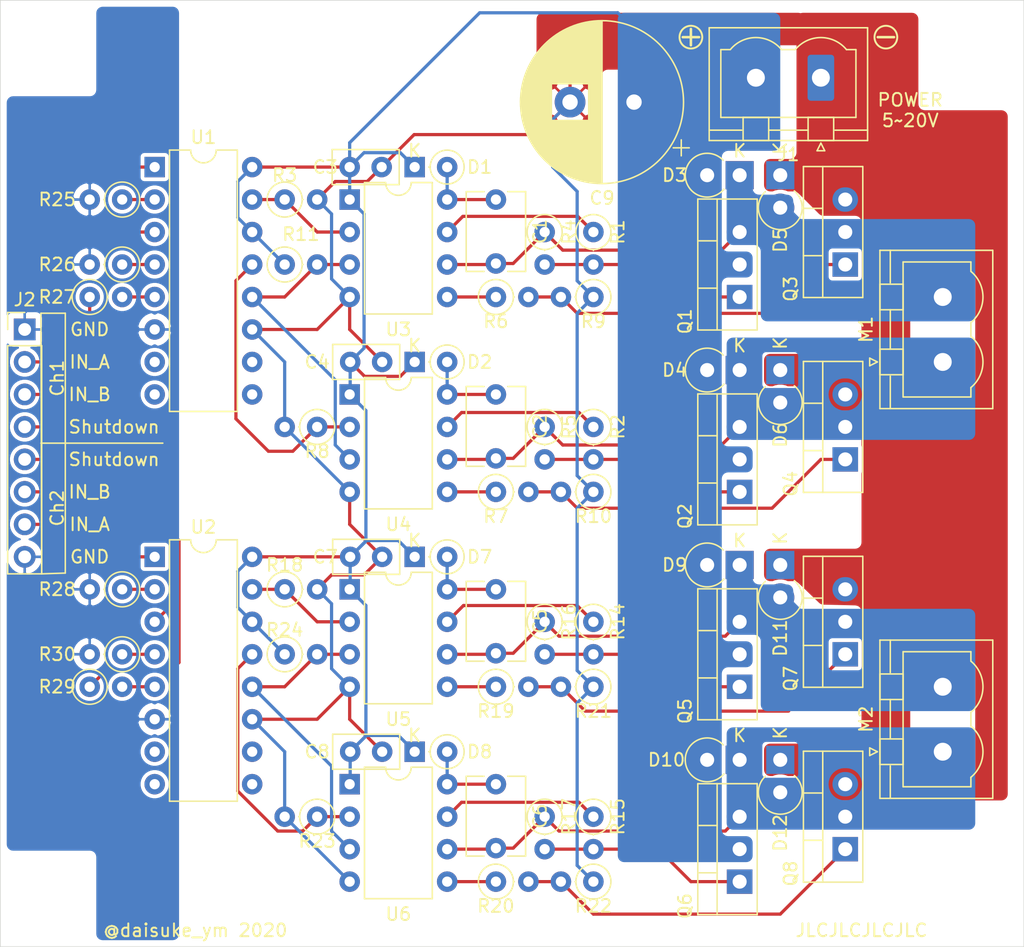
<source format=kicad_pcb>
(kicad_pcb (version 20171130) (host pcbnew "(5.1.6)-1")
  (layers (0 F.Cu signal) (31 B.Cu signal) (34 B.Paste user) (35 F.Paste user) (36 B.SilkS user) (37 F.SilkS user) (38 B.Mask user) (39 F.Mask user) (44 Edge.Cuts user))
  (net 0 "")
  (net 1 "Net-(C1-Pad1)")
  (net 2 "Net-(C1-Pad2)")
  (net 3 "Net-(C2-Pad1)")
  (net 4 "Net-(C2-Pad2)")
  (net 5 GNDPWR)
  (net 6 +BATT)
  (net 7 "Net-(C5-Pad2)")
  (net 8 "Net-(C5-Pad1)")
  (net 9 "Net-(C6-Pad2)")
  (net 10 "Net-(C6-Pad1)")
  (net 11 GND)
  (net 12 /IN_A1)
  (net 13 /IN_B1)
  (net 14 /IN_SD1)
  (net 15 /IN_SD2)
  (net 16 /IN_B2)
  (net 17 /IN_A2)
  (net 18 "Net-(Q1-Pad1)")
  (net 19 "Net-(Q2-Pad1)")
  (net 20 "Net-(Q3-Pad1)")
  (net 21 "Net-(Q4-Pad1)")
  (net 22 "Net-(Q5-Pad1)")
  (net 23 "Net-(Q6-Pad1)")
  (net 24 "Net-(Q7-Pad1)")
  (net 25 "Net-(Q8-Pad1)")
  (net 26 "Net-(R1-Pad1)")
  (net 27 "Net-(R2-Pad1)")
  (net 28 /DR_IN_A1)
  (net 29 "Net-(R6-Pad1)")
  (net 30 "Net-(R7-Pad1)")
  (net 31 /DR_IN_B1)
  (net 32 /DR_SD1)
  (net 33 "Net-(R14-Pad1)")
  (net 34 "Net-(R15-Pad1)")
  (net 35 /DR_IN_A2)
  (net 36 "Net-(R19-Pad1)")
  (net 37 "Net-(R20-Pad1)")
  (net 38 /DR_IN_B2)
  (net 39 /DR_SD2)
  (net 40 "Net-(R25-Pad1)")
  (net 41 "Net-(R26-Pad1)")
  (net 42 "Net-(R28-Pad1)")
  (net 43 "Net-(R30-Pad1)")
  (net 44 "Net-(R27-Pad2)")
  (net 45 "Net-(R29-Pad2)")
  (module Diode_THT:D_DO-41_SOD81_P2.54mm_Vertical_KathodeUp (layer F.Cu) (at 160.96 120.155 270)
    (fp_text reference D11 (at 5.715 0 90) (layer F.SilkS))
    (fp_text value 1N4007)
    (fp_text user K (at -2.1 0 90) (layer F.SilkS))
    (pad 2 thru_hole oval (at 2.54 0 270) (size 2.2 2.2) (drill 1.1) (layers *.Cu *.Mask) (net 7 "Net-(C5-Pad2)"))
    (pad 1 thru_hole rect (at 0 0 270) (size 2.2 2.2) (drill 1.1) (layers *.Cu *.Mask) (net 5 GNDPWR))
  )
  (module MountingHole:MountingHole_3.2mm_M3 (layer F.Cu) (at 176 80)
    (fp_text reference MH3 hide)
    (fp_text value MountingHole_3.2mm_M3)
    (pad 1 np_thru_hole circle (at 0 0) (size 3.2 3.2) (drill 3.2) (layers *.Cu *.Mask))
  )
  (module MountingHole:MountingHole_3.2mm_M3 (layer F.Cu) (at 104 80)
    (fp_text reference MH4 hide)
    (fp_text value MountingHole_3.2mm_M3)
    (pad 1 np_thru_hole circle (at 0 0) (size 3.2 3.2) (drill 3.2) (layers *.Cu *.Mask))
  )
  (module MountingHole:MountingHole_3.2mm_M3 (layer F.Cu) (at 176 146)
    (fp_text reference MH2 hide)
    (fp_text value MountingHole_3.2mm_M3)
    (pad 1 np_thru_hole circle (at 0 0) (size 3.2 3.2) (drill 3.2) (layers *.Cu *.Mask))
  )
  (module MountingHole:MountingHole_3.2mm_M3 (layer F.Cu) (at 104 146)
    (fp_text reference MH1 hide)
    (fp_text value MountingHole_3.2mm_M3)
    (pad 1 np_thru_hole circle (at 0 0) (size 3.2 3.2) (drill 3.2) (layers *.Cu *.Mask))
  )
  (module Capacitor_THT:C_Disc_D6.0mm_W4.4mm_P5.00mm (layer F.Cu) (at 138.735 91.58 270)
    (fp_text reference C1 (at 2.5 -3.45 90) (layer F.SilkS))
    (fp_text value 10u)
    (pad 1 thru_hole circle (at 0 0 270) (size 1.6 1.6) (drill 0.8) (layers *.Cu *.Mask) (net 1 "Net-(C1-Pad1)"))
    (pad 2 thru_hole circle (at 5 0 270) (size 1.6 1.6) (drill 0.8) (layers *.Cu *.Mask) (net 2 "Net-(C1-Pad2)"))
  )
  (module Capacitor_THT:C_Disc_D6.0mm_W4.4mm_P5.00mm (layer F.Cu) (at 138.735 106.82 270)
    (fp_text reference C2 (at 2.5 -3.45 90) (layer F.SilkS))
    (fp_text value 10u)
    (pad 1 thru_hole circle (at 0 0 270) (size 1.6 1.6) (drill 0.8) (layers *.Cu *.Mask) (net 3 "Net-(C2-Pad1)"))
    (pad 2 thru_hole circle (at 5 0 270) (size 1.6 1.6) (drill 0.8) (layers *.Cu *.Mask) (net 4 "Net-(C2-Pad2)"))
  )
  (module Capacitor_THT:C_Disc_D5.0mm_W2.5mm_P2.50mm (layer F.Cu) (at 127.305 89.04)
    (fp_text reference C3 (at -1.905 0) (layer F.SilkS))
    (fp_text value 0.1u)
    (pad 2 thru_hole circle (at 2.5 0) (size 1.6 1.6) (drill 0.8) (layers *.Cu *.Mask) (net 5 GNDPWR))
    (pad 1 thru_hole circle (at 0 0) (size 1.6 1.6) (drill 0.8) (layers *.Cu *.Mask) (net 6 +BATT))
  )
  (module Capacitor_THT:C_Disc_D5.0mm_W2.5mm_P2.50mm (layer F.Cu) (at 127.345 104.28)
    (fp_text reference C4 (at -2.58 0) (layer F.SilkS))
    (fp_text value 0.1u)
    (pad 1 thru_hole circle (at 0 0) (size 1.6 1.6) (drill 0.8) (layers *.Cu *.Mask) (net 6 +BATT))
    (pad 2 thru_hole circle (at 2.5 0) (size 1.6 1.6) (drill 0.8) (layers *.Cu *.Mask) (net 5 GNDPWR))
  )
  (module Capacitor_THT:C_Disc_D6.0mm_W4.4mm_P5.00mm (layer F.Cu) (at 138.735 122.06 270)
    (fp_text reference C5 (at 2.5 -3.45 90) (layer F.SilkS))
    (fp_text value 10u)
    (pad 2 thru_hole circle (at 5 0 270) (size 1.6 1.6) (drill 0.8) (layers *.Cu *.Mask) (net 7 "Net-(C5-Pad2)"))
    (pad 1 thru_hole circle (at 0 0 270) (size 1.6 1.6) (drill 0.8) (layers *.Cu *.Mask) (net 8 "Net-(C5-Pad1)"))
  )
  (module Capacitor_THT:C_Disc_D6.0mm_W4.4mm_P5.00mm (layer F.Cu) (at 138.735 137.3 270)
    (fp_text reference C6 (at 2.5 -3.45 90) (layer F.SilkS))
    (fp_text value 10u)
    (pad 2 thru_hole circle (at 5 0 270) (size 1.6 1.6) (drill 0.8) (layers *.Cu *.Mask) (net 9 "Net-(C6-Pad2)"))
    (pad 1 thru_hole circle (at 0 0 270) (size 1.6 1.6) (drill 0.8) (layers *.Cu *.Mask) (net 10 "Net-(C6-Pad1)"))
  )
  (module Capacitor_THT:C_Disc_D5.0mm_W2.5mm_P2.50mm (layer F.Cu) (at 127.345 119.52)
    (fp_text reference C7 (at -1.945 0) (layer F.SilkS))
    (fp_text value 0.1u)
    (pad 2 thru_hole circle (at 2.5 0) (size 1.6 1.6) (drill 0.8) (layers *.Cu *.Mask) (net 5 GNDPWR))
    (pad 1 thru_hole circle (at 0 0) (size 1.6 1.6) (drill 0.8) (layers *.Cu *.Mask) (net 6 +BATT))
  )
  (module Capacitor_THT:C_Disc_D5.0mm_W2.5mm_P2.50mm (layer F.Cu) (at 127.345 134.76)
    (fp_text reference C8 (at -2.58 0) (layer F.SilkS))
    (fp_text value 0.1u)
    (pad 1 thru_hole circle (at 0 0) (size 1.6 1.6) (drill 0.8) (layers *.Cu *.Mask) (net 6 +BATT))
    (pad 2 thru_hole circle (at 2.5 0) (size 1.6 1.6) (drill 0.8) (layers *.Cu *.Mask) (net 5 GNDPWR))
  )
  (module Capacitor_THT:CP_Radial_D12.5mm_P5.00mm (layer F.Cu) (at 149.53 83.96 180)
    (fp_text reference C9 (at 2.5 -7.5) (layer F.SilkS))
    (fp_text value "470u 50V")
    (pad 1 thru_hole rect (at 0 0 180) (size 2.4 2.4) (drill 1.2) (layers *.Cu *.Mask) (net 6 +BATT))
    (pad 2 thru_hole circle (at 5 0 180) (size 2.4 2.4) (drill 1.2) (layers *.Cu *.Mask) (net 5 GNDPWR))
  )
  (module Diode_THT:D_DO-35_SOD27_P2.54mm_Vertical_KathodeUp (layer F.Cu) (at 132.385 89.04)
    (fp_text reference D1 (at 5.08 0) (layer F.SilkS))
    (fp_text value 1N4148)
    (fp_text user K (at 0 -1.27) (layer F.SilkS))
    (pad 2 thru_hole oval (at 2.54 0) (size 1.6 1.6) (drill 0.8) (layers *.Cu *.Mask) (net 1 "Net-(C1-Pad1)"))
    (pad 1 thru_hole rect (at 0 0) (size 1.6 1.6) (drill 0.8) (layers *.Cu *.Mask) (net 6 +BATT))
  )
  (module Diode_THT:D_DO-35_SOD27_P2.54mm_Vertical_KathodeUp (layer F.Cu) (at 132.385 104.28)
    (fp_text reference D2 (at 5.08 0) (layer F.SilkS))
    (fp_text value 1N4148)
    (fp_text user K (at 0 -1.27) (layer F.SilkS))
    (pad 1 thru_hole rect (at 0 0) (size 1.6 1.6) (drill 0.8) (layers *.Cu *.Mask) (net 6 +BATT))
    (pad 2 thru_hole oval (at 2.54 0) (size 1.6 1.6) (drill 0.8) (layers *.Cu *.Mask) (net 3 "Net-(C2-Pad1)"))
  )
  (module Diode_THT:D_DO-41_SOD81_P2.54mm_Vertical_KathodeUp (layer F.Cu) (at 157.785 89.675 180)
    (fp_text reference D3 (at 5.08 0) (layer F.SilkS))
    (fp_text value 1N4007)
    (fp_text user K (at 0 1.905) (layer F.SilkS))
    (pad 1 thru_hole rect (at 0 0 180) (size 2.2 2.2) (drill 1.1) (layers *.Cu *.Mask) (net 2 "Net-(C1-Pad2)"))
    (pad 2 thru_hole oval (at 2.54 0 180) (size 2.2 2.2) (drill 1.1) (layers *.Cu *.Mask) (net 6 +BATT))
  )
  (module Diode_THT:D_DO-41_SOD81_P2.54mm_Vertical_KathodeUp (layer F.Cu) (at 157.785 104.915 180)
    (fp_text reference D4 (at 5.08 0) (layer F.SilkS))
    (fp_text value 1N4007)
    (fp_text user K (at 0 1.905) (layer F.SilkS))
    (pad 1 thru_hole rect (at 0 0 180) (size 2.2 2.2) (drill 1.1) (layers *.Cu *.Mask) (net 4 "Net-(C2-Pad2)"))
    (pad 2 thru_hole oval (at 2.54 0 180) (size 2.2 2.2) (drill 1.1) (layers *.Cu *.Mask) (net 6 +BATT))
  )
  (module Diode_THT:D_DO-41_SOD81_P2.54mm_Vertical_KathodeUp (layer F.Cu) (at 160.96 89.675 270)
    (fp_text reference D5 (at 5.08 0 90) (layer F.SilkS))
    (fp_text value 1N4007)
    (fp_text user K (at -2.1 0 90) (layer F.SilkS))
    (pad 2 thru_hole oval (at 2.54 0 270) (size 2.2 2.2) (drill 1.1) (layers *.Cu *.Mask) (net 2 "Net-(C1-Pad2)"))
    (pad 1 thru_hole rect (at 0 0 270) (size 2.2 2.2) (drill 1.1) (layers *.Cu *.Mask) (net 5 GNDPWR))
  )
  (module Diode_THT:D_DO-41_SOD81_P2.54mm_Vertical_KathodeUp (layer F.Cu) (at 160.96 104.915 270)
    (fp_text reference D6 (at 5.08 0 90) (layer F.SilkS))
    (fp_text value 1N4007)
    (fp_text user K (at -2.1 0 90) (layer F.SilkS))
    (pad 1 thru_hole rect (at 0 0 270) (size 2.2 2.2) (drill 1.1) (layers *.Cu *.Mask) (net 5 GNDPWR))
    (pad 2 thru_hole oval (at 2.54 0 270) (size 2.2 2.2) (drill 1.1) (layers *.Cu *.Mask) (net 4 "Net-(C2-Pad2)"))
  )
  (module Diode_THT:D_DO-35_SOD27_P2.54mm_Vertical_KathodeUp (layer F.Cu) (at 132.385 119.52)
    (fp_text reference D7 (at 5.08 0) (layer F.SilkS))
    (fp_text value 1N4148)
    (fp_text user K (at 0 -1.27) (layer F.SilkS))
    (pad 2 thru_hole oval (at 2.54 0) (size 1.6 1.6) (drill 0.8) (layers *.Cu *.Mask) (net 8 "Net-(C5-Pad1)"))
    (pad 1 thru_hole rect (at 0 0) (size 1.6 1.6) (drill 0.8) (layers *.Cu *.Mask) (net 6 +BATT))
  )
  (module Diode_THT:D_DO-35_SOD27_P2.54mm_Vertical_KathodeUp (layer F.Cu) (at 132.385 134.76)
    (fp_text reference D8 (at 5.08 0) (layer F.SilkS))
    (fp_text value 1N4148)
    (fp_text user K (at 0 -1.27) (layer F.SilkS))
    (pad 1 thru_hole rect (at 0 0) (size 1.6 1.6) (drill 0.8) (layers *.Cu *.Mask) (net 6 +BATT))
    (pad 2 thru_hole oval (at 2.54 0) (size 1.6 1.6) (drill 0.8) (layers *.Cu *.Mask) (net 10 "Net-(C6-Pad1)"))
  )
  (module Diode_THT:D_DO-41_SOD81_P2.54mm_Vertical_KathodeUp (layer F.Cu) (at 157.785 120.155 180)
    (fp_text reference D9 (at 5.08 0) (layer F.SilkS))
    (fp_text value 1N4007)
    (fp_text user K (at 0 1.905) (layer F.SilkS))
    (pad 1 thru_hole rect (at 0 0 180) (size 2.2 2.2) (drill 1.1) (layers *.Cu *.Mask) (net 7 "Net-(C5-Pad2)"))
    (pad 2 thru_hole oval (at 2.54 0 180) (size 2.2 2.2) (drill 1.1) (layers *.Cu *.Mask) (net 6 +BATT))
  )
  (module Diode_THT:D_DO-41_SOD81_P2.54mm_Vertical_KathodeUp (layer F.Cu) (at 157.785 135.395 180)
    (fp_text reference D10 (at 5.715 0) (layer F.SilkS))
    (fp_text value 1N4007)
    (fp_text user K (at 0 1.905) (layer F.SilkS))
    (pad 2 thru_hole oval (at 2.54 0 180) (size 2.2 2.2) (drill 1.1) (layers *.Cu *.Mask) (net 6 +BATT))
    (pad 1 thru_hole rect (at 0 0 180) (size 2.2 2.2) (drill 1.1) (layers *.Cu *.Mask) (net 9 "Net-(C6-Pad2)"))
  )
  (module Diode_THT:D_DO-41_SOD81_P2.54mm_Vertical_KathodeUp (layer F.Cu) (at 160.96 135.395 270)
    (fp_text reference D12 (at 5.715 0 90) (layer F.SilkS))
    (fp_text value 1N4007)
    (fp_text user K (at -2.1 0 90) (layer F.SilkS))
    (pad 2 thru_hole oval (at 2.54 0 270) (size 2.2 2.2) (drill 1.1) (layers *.Cu *.Mask) (net 9 "Net-(C6-Pad2)"))
    (pad 1 thru_hole rect (at 0 0 270) (size 2.2 2.2) (drill 1.1) (layers *.Cu *.Mask) (net 5 GNDPWR))
  )
  (module Connector_Phoenix_MSTB:PhoenixContact_MSTBVA_2,5_2-G-5,08_1x02_P5.08mm_Vertical (layer F.Cu) (at 164.135 82.055 180)
    (fp_text reference J1 (at 2.54 -6) (layer F.SilkS))
    (fp_text value "Motor Power")
    (pad 1 thru_hole roundrect (at 0 0 180) (size 2.08 3.6) (drill 1.4) (layers *.Cu *.Mask) (roundrect_rratio 0.120192) (net 5 GNDPWR))
    (pad 2 thru_hole oval (at 5.08 0 180) (size 2.08 3.6) (drill 1.4) (layers *.Cu *.Mask) (net 6 +BATT))
  )
  (module Connector_PinHeader_2.54mm:PinHeader_1x08_P2.54mm_Vertical (layer F.Cu) (at 101.905 101.74)
    (fp_text reference J2 (at 0 -2.33) (layer F.SilkS))
    (fp_text value "Input Logic")
    (pad 1 thru_hole rect (at 0 0) (size 1.7 1.7) (drill 1) (layers *.Cu *.Mask) (net 11 GND))
    (pad 2 thru_hole oval (at 0 2.54) (size 1.7 1.7) (drill 1) (layers *.Cu *.Mask) (net 12 /IN_A1))
    (pad 3 thru_hole oval (at 0 5.08) (size 1.7 1.7) (drill 1) (layers *.Cu *.Mask) (net 13 /IN_B1))
    (pad 4 thru_hole oval (at 0 7.62) (size 1.7 1.7) (drill 1) (layers *.Cu *.Mask) (net 14 /IN_SD1))
    (pad 5 thru_hole oval (at 0 10.16) (size 1.7 1.7) (drill 1) (layers *.Cu *.Mask) (net 15 /IN_SD2))
    (pad 6 thru_hole oval (at 0 12.7) (size 1.7 1.7) (drill 1) (layers *.Cu *.Mask) (net 16 /IN_B2))
    (pad 7 thru_hole oval (at 0 15.24) (size 1.7 1.7) (drill 1) (layers *.Cu *.Mask) (net 17 /IN_A2))
    (pad 8 thru_hole oval (at 0 17.78) (size 1.7 1.7) (drill 1) (layers *.Cu *.Mask) (net 11 GND))
  )
  (module Connector_Phoenix_MSTB:PhoenixContact_MSTBVA_2,5_2-G-5,08_1x02_P5.08mm_Vertical (layer F.Cu) (at 173.66 104.28 90)
    (fp_text reference M1 (at 2.54 -6 90) (layer F.SilkS))
    (fp_text value Motor_DC)
    (pad 2 thru_hole oval (at 5.08 0 90) (size 2.08 3.6) (drill 1.4) (layers *.Cu *.Mask) (net 2 "Net-(C1-Pad2)"))
    (pad 1 thru_hole roundrect (at 0 0 90) (size 2.08 3.6) (drill 1.4) (layers *.Cu *.Mask) (roundrect_rratio 0.120192) (net 4 "Net-(C2-Pad2)"))
  )
  (module Connector_Phoenix_MSTB:PhoenixContact_MSTBVA_2,5_2-G-5,08_1x02_P5.08mm_Vertical (layer F.Cu) (at 173.66 134.76 90)
    (fp_text reference M2 (at 2.54 -6 90) (layer F.SilkS))
    (fp_text value Motor_DC)
    (pad 1 thru_hole roundrect (at 0 0 90) (size 2.08 3.6) (drill 1.4) (layers *.Cu *.Mask) (roundrect_rratio 0.120192) (net 9 "Net-(C6-Pad2)"))
    (pad 2 thru_hole oval (at 5.08 0 90) (size 2.08 3.6) (drill 1.4) (layers *.Cu *.Mask) (net 7 "Net-(C5-Pad2)"))
  )
  (module Package_TO_SOT_THT:TO-220-3_Vertical (layer F.Cu) (at 157.785 99.2 90)
    (fp_text reference Q1 (at -1.905 -4.27 90) (layer F.SilkS))
    (fp_text value Q_NMOS_GDS)
    (pad 1 thru_hole rect (at 0 0 90) (size 1.905 2) (drill 1.1) (layers *.Cu *.Mask) (net 18 "Net-(Q1-Pad1)"))
    (pad 2 thru_hole oval (at 2.54 0 90) (size 1.905 2) (drill 1.1) (layers *.Cu *.Mask) (net 6 +BATT))
    (pad 3 thru_hole oval (at 5.08 0 90) (size 1.905 2) (drill 1.1) (layers *.Cu *.Mask) (net 2 "Net-(C1-Pad2)"))
  )
  (module Package_TO_SOT_THT:TO-220-3_Vertical (layer F.Cu) (at 157.785 114.44 90)
    (fp_text reference Q2 (at -1.905 -4.27 90) (layer F.SilkS))
    (fp_text value Q_NMOS_GDS)
    (pad 1 thru_hole rect (at 0 0 90) (size 1.905 2) (drill 1.1) (layers *.Cu *.Mask) (net 19 "Net-(Q2-Pad1)"))
    (pad 2 thru_hole oval (at 2.54 0 90) (size 1.905 2) (drill 1.1) (layers *.Cu *.Mask) (net 6 +BATT))
    (pad 3 thru_hole oval (at 5.08 0 90) (size 1.905 2) (drill 1.1) (layers *.Cu *.Mask) (net 4 "Net-(C2-Pad2)"))
  )
  (module Package_TO_SOT_THT:TO-220-3_Vertical (layer F.Cu) (at 166.04 96.66 90)
    (fp_text reference Q3 (at -1.905 -4.27 90) (layer F.SilkS))
    (fp_text value Q_NMOS_GDS)
    (pad 3 thru_hole oval (at 5.08 0 90) (size 1.905 2) (drill 1.1) (layers *.Cu *.Mask) (net 5 GNDPWR))
    (pad 2 thru_hole oval (at 2.54 0 90) (size 1.905 2) (drill 1.1) (layers *.Cu *.Mask) (net 2 "Net-(C1-Pad2)"))
    (pad 1 thru_hole rect (at 0 0 90) (size 1.905 2) (drill 1.1) (layers *.Cu *.Mask) (net 20 "Net-(Q3-Pad1)"))
  )
  (module Package_TO_SOT_THT:TO-220-3_Vertical (layer F.Cu) (at 166.04 111.9 90)
    (fp_text reference Q4 (at -1.905 -4.27 90) (layer F.SilkS))
    (fp_text value Q_NMOS_GDS)
    (pad 3 thru_hole oval (at 5.08 0 90) (size 1.905 2) (drill 1.1) (layers *.Cu *.Mask) (net 5 GNDPWR))
    (pad 2 thru_hole oval (at 2.54 0 90) (size 1.905 2) (drill 1.1) (layers *.Cu *.Mask) (net 4 "Net-(C2-Pad2)"))
    (pad 1 thru_hole rect (at 0 0 90) (size 1.905 2) (drill 1.1) (layers *.Cu *.Mask) (net 21 "Net-(Q4-Pad1)"))
  )
  (module Package_TO_SOT_THT:TO-220-3_Vertical (layer F.Cu) (at 157.785 129.68 90)
    (fp_text reference Q5 (at -1.905 -4.27 90) (layer F.SilkS))
    (fp_text value Q_NMOS_GDS)
    (pad 1 thru_hole rect (at 0 0 90) (size 1.905 2) (drill 1.1) (layers *.Cu *.Mask) (net 22 "Net-(Q5-Pad1)"))
    (pad 2 thru_hole oval (at 2.54 0 90) (size 1.905 2) (drill 1.1) (layers *.Cu *.Mask) (net 6 +BATT))
    (pad 3 thru_hole oval (at 5.08 0 90) (size 1.905 2) (drill 1.1) (layers *.Cu *.Mask) (net 7 "Net-(C5-Pad2)"))
  )
  (module Package_TO_SOT_THT:TO-220-3_Vertical (layer F.Cu) (at 157.785 144.92 90)
    (fp_text reference Q6 (at -1.905 -4.27 90) (layer F.SilkS))
    (fp_text value Q_NMOS_GDS)
    (pad 1 thru_hole rect (at 0 0 90) (size 1.905 2) (drill 1.1) (layers *.Cu *.Mask) (net 23 "Net-(Q6-Pad1)"))
    (pad 2 thru_hole oval (at 2.54 0 90) (size 1.905 2) (drill 1.1) (layers *.Cu *.Mask) (net 6 +BATT))
    (pad 3 thru_hole oval (at 5.08 0 90) (size 1.905 2) (drill 1.1) (layers *.Cu *.Mask) (net 9 "Net-(C6-Pad2)"))
  )
  (module Package_TO_SOT_THT:TO-220-3_Vertical (layer F.Cu) (at 166.04 127.14 90)
    (fp_text reference Q7 (at -1.905 -4.27 90) (layer F.SilkS))
    (fp_text value Q_NMOS_GDS)
    (pad 3 thru_hole oval (at 5.08 0 90) (size 1.905 2) (drill 1.1) (layers *.Cu *.Mask) (net 5 GNDPWR))
    (pad 2 thru_hole oval (at 2.54 0 90) (size 1.905 2) (drill 1.1) (layers *.Cu *.Mask) (net 7 "Net-(C5-Pad2)"))
    (pad 1 thru_hole rect (at 0 0 90) (size 1.905 2) (drill 1.1) (layers *.Cu *.Mask) (net 24 "Net-(Q7-Pad1)"))
  )
  (module Package_TO_SOT_THT:TO-220-3_Vertical (layer F.Cu) (at 166.04 142.38 90)
    (fp_text reference Q8 (at -1.905 -4.27 90) (layer F.SilkS))
    (fp_text value Q_NMOS_GDS)
    (pad 3 thru_hole oval (at 5.08 0 90) (size 1.905 2) (drill 1.1) (layers *.Cu *.Mask) (net 5 GNDPWR))
    (pad 2 thru_hole oval (at 2.54 0 90) (size 1.905 2) (drill 1.1) (layers *.Cu *.Mask) (net 9 "Net-(C6-Pad2)"))
    (pad 1 thru_hole rect (at 0 0 90) (size 1.905 2) (drill 1.1) (layers *.Cu *.Mask) (net 25 "Net-(Q8-Pad1)"))
  )
  (module Resistor_THT:R_Axial_DIN0207_L6.3mm_D2.5mm_P2.54mm_Vertical (layer F.Cu) (at 146.355 94.12 270)
    (fp_text reference R1 (at 0 -1.905 90) (layer F.SilkS))
    (fp_text value 47k)
    (pad 1 thru_hole circle (at 0 0 270) (size 1.6 1.6) (drill 0.8) (layers *.Cu *.Mask) (net 26 "Net-(R1-Pad1)"))
    (pad 2 thru_hole oval (at 2.54 0 270) (size 1.6 1.6) (drill 0.8) (layers *.Cu *.Mask) (net 18 "Net-(Q1-Pad1)"))
  )
  (module Resistor_THT:R_Axial_DIN0207_L6.3mm_D2.5mm_P2.54mm_Vertical (layer F.Cu) (at 146.355 109.36 270)
    (fp_text reference R2 (at 0 -1.905 90) (layer F.SilkS))
    (fp_text value 47k)
    (pad 2 thru_hole oval (at 2.54 0 270) (size 1.6 1.6) (drill 0.8) (layers *.Cu *.Mask) (net 19 "Net-(Q2-Pad1)"))
    (pad 1 thru_hole circle (at 0 0 270) (size 1.6 1.6) (drill 0.8) (layers *.Cu *.Mask) (net 27 "Net-(R2-Pad1)"))
  )
  (module Resistor_THT:R_Axial_DIN0207_L6.3mm_D2.5mm_P2.54mm_Vertical (layer F.Cu) (at 122.225 91.58)
    (fp_text reference R3 (at 0 -1.905) (layer F.SilkS))
    (fp_text value 10k)
    (pad 2 thru_hole oval (at 2.54 0) (size 1.6 1.6) (drill 0.8) (layers *.Cu *.Mask) (net 5 GNDPWR))
    (pad 1 thru_hole circle (at 0 0) (size 1.6 1.6) (drill 0.8) (layers *.Cu *.Mask) (net 28 /DR_IN_A1))
  )
  (module Resistor_THT:R_Axial_DIN0207_L6.3mm_D2.5mm_P2.54mm_Vertical (layer F.Cu) (at 142.545 94.12 270)
    (fp_text reference R4 (at 0 -1.905 90) (layer F.SilkS))
    (fp_text value 47k)
    (pad 2 thru_hole oval (at 2.54 0 270) (size 1.6 1.6) (drill 0.8) (layers *.Cu *.Mask) (net 18 "Net-(Q1-Pad1)"))
    (pad 1 thru_hole circle (at 0 0 270) (size 1.6 1.6) (drill 0.8) (layers *.Cu *.Mask) (net 2 "Net-(C1-Pad2)"))
  )
  (module Resistor_THT:R_Axial_DIN0207_L6.3mm_D2.5mm_P2.54mm_Vertical (layer F.Cu) (at 142.545 109.36 270)
    (fp_text reference R5 (at 0 -1.905 90) (layer F.SilkS))
    (fp_text value 47k)
    (pad 1 thru_hole circle (at 0 0 270) (size 1.6 1.6) (drill 0.8) (layers *.Cu *.Mask) (net 4 "Net-(C2-Pad2)"))
    (pad 2 thru_hole oval (at 2.54 0 270) (size 1.6 1.6) (drill 0.8) (layers *.Cu *.Mask) (net 19 "Net-(Q2-Pad1)"))
  )
  (module Resistor_THT:R_Axial_DIN0207_L6.3mm_D2.5mm_P2.54mm_Vertical (layer F.Cu) (at 138.735 99.2)
    (fp_text reference R6 (at 0 1.905) (layer F.SilkS))
    (fp_text value 47k)
    (pad 1 thru_hole circle (at 0 0) (size 1.6 1.6) (drill 0.8) (layers *.Cu *.Mask) (net 29 "Net-(R6-Pad1)"))
    (pad 2 thru_hole oval (at 2.54 0) (size 1.6 1.6) (drill 0.8) (layers *.Cu *.Mask) (net 20 "Net-(Q3-Pad1)"))
  )
  (module Resistor_THT:R_Axial_DIN0207_L6.3mm_D2.5mm_P2.54mm_Vertical (layer F.Cu) (at 138.735 114.44)
    (fp_text reference R7 (at 0 1.905) (layer F.SilkS))
    (fp_text value 47k)
    (pad 2 thru_hole oval (at 2.54 0) (size 1.6 1.6) (drill 0.8) (layers *.Cu *.Mask) (net 21 "Net-(Q4-Pad1)"))
    (pad 1 thru_hole circle (at 0 0) (size 1.6 1.6) (drill 0.8) (layers *.Cu *.Mask) (net 30 "Net-(R7-Pad1)"))
  )
  (module Resistor_THT:R_Axial_DIN0207_L6.3mm_D2.5mm_P2.54mm_Vertical (layer F.Cu) (at 124.765 109.36 180)
    (fp_text reference R8 (at 0 -1.905) (layer F.SilkS))
    (fp_text value 10k)
    (pad 1 thru_hole circle (at 0 0 180) (size 1.6 1.6) (drill 0.8) (layers *.Cu *.Mask) (net 31 /DR_IN_B1))
    (pad 2 thru_hole oval (at 2.54 0 180) (size 1.6 1.6) (drill 0.8) (layers *.Cu *.Mask) (net 5 GNDPWR))
  )
  (module Resistor_THT:R_Axial_DIN0207_L6.3mm_D2.5mm_P2.54mm_Vertical (layer F.Cu) (at 146.355 99.2 180)
    (fp_text reference R9 (at 0 -1.905) (layer F.SilkS))
    (fp_text value 47k)
    (pad 2 thru_hole oval (at 2.54 0 180) (size 1.6 1.6) (drill 0.8) (layers *.Cu *.Mask) (net 20 "Net-(Q3-Pad1)"))
    (pad 1 thru_hole circle (at 0 0 180) (size 1.6 1.6) (drill 0.8) (layers *.Cu *.Mask) (net 5 GNDPWR))
  )
  (module Resistor_THT:R_Axial_DIN0207_L6.3mm_D2.5mm_P2.54mm_Vertical (layer F.Cu) (at 146.355 114.44 180)
    (fp_text reference R10 (at 0 -1.905) (layer F.SilkS))
    (fp_text value 47k)
    (pad 2 thru_hole oval (at 2.54 0 180) (size 1.6 1.6) (drill 0.8) (layers *.Cu *.Mask) (net 21 "Net-(Q4-Pad1)"))
    (pad 1 thru_hole circle (at 0 0 180) (size 1.6 1.6) (drill 0.8) (layers *.Cu *.Mask) (net 5 GNDPWR))
  )
  (module Resistor_THT:R_Axial_DIN0207_L6.3mm_D2.5mm_P2.54mm_Vertical (layer F.Cu) (at 122.225 96.66)
    (fp_text reference R11 (at 1.27 -2.37) (layer F.SilkS))
    (fp_text value 10k)
    (pad 2 thru_hole oval (at 2.54 0) (size 1.6 1.6) (drill 0.8) (layers *.Cu *.Mask) (net 32 /DR_SD1))
    (pad 1 thru_hole circle (at 0 0) (size 1.6 1.6) (drill 0.8) (layers *.Cu *.Mask) (net 6 +BATT))
  )
  (module Resistor_THT:R_Axial_DIN0207_L6.3mm_D2.5mm_P2.54mm_Vertical (layer F.Cu) (at 146.355 124.6 270)
    (fp_text reference R14 (at 0 -1.905 90) (layer F.SilkS))
    (fp_text value 47k)
    (pad 1 thru_hole circle (at 0 0 270) (size 1.6 1.6) (drill 0.8) (layers *.Cu *.Mask) (net 33 "Net-(R14-Pad1)"))
    (pad 2 thru_hole oval (at 2.54 0 270) (size 1.6 1.6) (drill 0.8) (layers *.Cu *.Mask) (net 22 "Net-(Q5-Pad1)"))
  )
  (module Resistor_THT:R_Axial_DIN0207_L6.3mm_D2.5mm_P2.54mm_Vertical (layer F.Cu) (at 146.355 139.84 270)
    (fp_text reference R15 (at 0 -1.905 90) (layer F.SilkS))
    (fp_text value 47k)
    (pad 1 thru_hole circle (at 0 0 270) (size 1.6 1.6) (drill 0.8) (layers *.Cu *.Mask) (net 34 "Net-(R15-Pad1)"))
    (pad 2 thru_hole oval (at 2.54 0 270) (size 1.6 1.6) (drill 0.8) (layers *.Cu *.Mask) (net 23 "Net-(Q6-Pad1)"))
  )
  (module Resistor_THT:R_Axial_DIN0207_L6.3mm_D2.5mm_P2.54mm_Vertical (layer F.Cu) (at 142.545 124.6 270)
    (fp_text reference R16 (at 0 -1.905 90) (layer F.SilkS))
    (fp_text value 47k)
    (pad 2 thru_hole oval (at 2.54 0 270) (size 1.6 1.6) (drill 0.8) (layers *.Cu *.Mask) (net 22 "Net-(Q5-Pad1)"))
    (pad 1 thru_hole circle (at 0 0 270) (size 1.6 1.6) (drill 0.8) (layers *.Cu *.Mask) (net 7 "Net-(C5-Pad2)"))
  )
  (module Resistor_THT:R_Axial_DIN0207_L6.3mm_D2.5mm_P2.54mm_Vertical (layer F.Cu) (at 142.545 139.84 270)
    (fp_text reference R17 (at 0 -1.905 90) (layer F.SilkS))
    (fp_text value 47k)
    (pad 2 thru_hole oval (at 2.54 0 270) (size 1.6 1.6) (drill 0.8) (layers *.Cu *.Mask) (net 23 "Net-(Q6-Pad1)"))
    (pad 1 thru_hole circle (at 0 0 270) (size 1.6 1.6) (drill 0.8) (layers *.Cu *.Mask) (net 9 "Net-(C6-Pad2)"))
  )
  (module Resistor_THT:R_Axial_DIN0207_L6.3mm_D2.5mm_P2.54mm_Vertical (layer F.Cu) (at 122.225 122.06)
    (fp_text reference R18 (at 0 -1.905) (layer F.SilkS))
    (fp_text value 10k)
    (pad 1 thru_hole circle (at 0 0) (size 1.6 1.6) (drill 0.8) (layers *.Cu *.Mask) (net 35 /DR_IN_A2))
    (pad 2 thru_hole oval (at 2.54 0) (size 1.6 1.6) (drill 0.8) (layers *.Cu *.Mask) (net 5 GNDPWR))
  )
  (module Resistor_THT:R_Axial_DIN0207_L6.3mm_D2.5mm_P2.54mm_Vertical (layer F.Cu) (at 138.735 129.68)
    (fp_text reference R19 (at 0 1.905) (layer F.SilkS))
    (fp_text value 47k)
    (pad 1 thru_hole circle (at 0 0) (size 1.6 1.6) (drill 0.8) (layers *.Cu *.Mask) (net 36 "Net-(R19-Pad1)"))
    (pad 2 thru_hole oval (at 2.54 0) (size 1.6 1.6) (drill 0.8) (layers *.Cu *.Mask) (net 24 "Net-(Q7-Pad1)"))
  )
  (module Resistor_THT:R_Axial_DIN0207_L6.3mm_D2.5mm_P2.54mm_Vertical (layer F.Cu) (at 138.735 144.92)
    (fp_text reference R20 (at 0 1.905) (layer F.SilkS))
    (fp_text value 47k)
    (pad 2 thru_hole oval (at 2.54 0) (size 1.6 1.6) (drill 0.8) (layers *.Cu *.Mask) (net 25 "Net-(Q8-Pad1)"))
    (pad 1 thru_hole circle (at 0 0) (size 1.6 1.6) (drill 0.8) (layers *.Cu *.Mask) (net 37 "Net-(R20-Pad1)"))
  )
  (module Resistor_THT:R_Axial_DIN0207_L6.3mm_D2.5mm_P2.54mm_Vertical (layer F.Cu) (at 146.355 129.68 180)
    (fp_text reference R21 (at 0 -1.905) (layer F.SilkS))
    (fp_text value 47k)
    (pad 1 thru_hole circle (at 0 0 180) (size 1.6 1.6) (drill 0.8) (layers *.Cu *.Mask) (net 5 GNDPWR))
    (pad 2 thru_hole oval (at 2.54 0 180) (size 1.6 1.6) (drill 0.8) (layers *.Cu *.Mask) (net 24 "Net-(Q7-Pad1)"))
  )
  (module Resistor_THT:R_Axial_DIN0207_L6.3mm_D2.5mm_P2.54mm_Vertical (layer F.Cu) (at 146.355 144.92 180)
    (fp_text reference R22 (at 0 -1.905) (layer F.SilkS))
    (fp_text value 47k)
    (pad 1 thru_hole circle (at 0 0 180) (size 1.6 1.6) (drill 0.8) (layers *.Cu *.Mask) (net 5 GNDPWR))
    (pad 2 thru_hole oval (at 2.54 0 180) (size 1.6 1.6) (drill 0.8) (layers *.Cu *.Mask) (net 25 "Net-(Q8-Pad1)"))
  )
  (module Resistor_THT:R_Axial_DIN0207_L6.3mm_D2.5mm_P2.54mm_Vertical (layer F.Cu) (at 124.765 139.84 180)
    (fp_text reference R23 (at 0 -1.905) (layer F.SilkS))
    (fp_text value 10k)
    (pad 2 thru_hole oval (at 2.54 0 180) (size 1.6 1.6) (drill 0.8) (layers *.Cu *.Mask) (net 5 GNDPWR))
    (pad 1 thru_hole circle (at 0 0 180) (size 1.6 1.6) (drill 0.8) (layers *.Cu *.Mask) (net 38 /DR_IN_B2))
  )
  (module Resistor_THT:R_Axial_DIN0207_L6.3mm_D2.5mm_P2.54mm_Vertical (layer F.Cu) (at 122.225 127.14)
    (fp_text reference R24 (at 0 -1.905) (layer F.SilkS))
    (fp_text value 10k)
    (pad 1 thru_hole circle (at 0 0) (size 1.6 1.6) (drill 0.8) (layers *.Cu *.Mask) (net 6 +BATT))
    (pad 2 thru_hole oval (at 2.54 0) (size 1.6 1.6) (drill 0.8) (layers *.Cu *.Mask) (net 39 /DR_SD2))
  )
  (module Package_DIP:DIP-16_W7.62mm (layer F.Cu) (at 112.065 89.04)
    (fp_text reference U1 (at 3.81 -2.33) (layer F.SilkS))
    (fp_text value TLP627-4)
    (pad 1 thru_hole rect (at 0 0) (size 1.6 1.6) (drill 0.8) (layers *.Cu *.Mask) (net 12 /IN_A1))
    (pad 9 thru_hole oval (at 7.62 17.78) (size 1.6 1.6) (drill 0.8) (layers *.Cu *.Mask))
    (pad 2 thru_hole oval (at 0 2.54) (size 1.6 1.6) (drill 0.8) (layers *.Cu *.Mask) (net 40 "Net-(R25-Pad1)"))
    (pad 10 thru_hole oval (at 7.62 15.24) (size 1.6 1.6) (drill 0.8) (layers *.Cu *.Mask))
    (pad 3 thru_hole oval (at 0 5.08) (size 1.6 1.6) (drill 0.8) (layers *.Cu *.Mask) (net 13 /IN_B1))
    (pad 11 thru_hole oval (at 7.62 12.7) (size 1.6 1.6) (drill 0.8) (layers *.Cu *.Mask) (net 5 GNDPWR))
    (pad 4 thru_hole oval (at 0 7.62) (size 1.6 1.6) (drill 0.8) (layers *.Cu *.Mask) (net 41 "Net-(R26-Pad1)"))
    (pad 12 thru_hole oval (at 7.62 10.16) (size 1.6 1.6) (drill 0.8) (layers *.Cu *.Mask) (net 32 /DR_SD1))
    (pad 5 thru_hole oval (at 0 10.16) (size 1.6 1.6) (drill 0.8) (layers *.Cu *.Mask) (net 44 "Net-(R27-Pad2)"))
    (pad 13 thru_hole oval (at 7.62 7.62) (size 1.6 1.6) (drill 0.8) (layers *.Cu *.Mask) (net 31 /DR_IN_B1))
    (pad 6 thru_hole oval (at 0 12.7) (size 1.6 1.6) (drill 0.8) (layers *.Cu *.Mask) (net 11 GND))
    (pad 14 thru_hole oval (at 7.62 5.08) (size 1.6 1.6) (drill 0.8) (layers *.Cu *.Mask) (net 6 +BATT))
    (pad 7 thru_hole oval (at 0 15.24) (size 1.6 1.6) (drill 0.8) (layers *.Cu *.Mask))
    (pad 15 thru_hole oval (at 7.62 2.54) (size 1.6 1.6) (drill 0.8) (layers *.Cu *.Mask) (net 28 /DR_IN_A1))
    (pad 8 thru_hole oval (at 0 17.78) (size 1.6 1.6) (drill 0.8) (layers *.Cu *.Mask))
    (pad 16 thru_hole oval (at 7.62 0) (size 1.6 1.6) (drill 0.8) (layers *.Cu *.Mask) (net 6 +BATT))
  )
  (module Package_DIP:DIP-16_W7.62mm (layer F.Cu) (at 112.065 119.52)
    (fp_text reference U2 (at 3.81 -2.33) (layer F.SilkS))
    (fp_text value TLP627-4)
    (pad 16 thru_hole oval (at 7.62 0) (size 1.6 1.6) (drill 0.8) (layers *.Cu *.Mask) (net 6 +BATT))
    (pad 8 thru_hole oval (at 0 17.78) (size 1.6 1.6) (drill 0.8) (layers *.Cu *.Mask))
    (pad 15 thru_hole oval (at 7.62 2.54) (size 1.6 1.6) (drill 0.8) (layers *.Cu *.Mask) (net 35 /DR_IN_A2))
    (pad 7 thru_hole oval (at 0 15.24) (size 1.6 1.6) (drill 0.8) (layers *.Cu *.Mask))
    (pad 14 thru_hole oval (at 7.62 5.08) (size 1.6 1.6) (drill 0.8) (layers *.Cu *.Mask) (net 6 +BATT))
    (pad 6 thru_hole oval (at 0 12.7) (size 1.6 1.6) (drill 0.8) (layers *.Cu *.Mask) (net 11 GND))
    (pad 13 thru_hole oval (at 7.62 7.62) (size 1.6 1.6) (drill 0.8) (layers *.Cu *.Mask) (net 38 /DR_IN_B2))
    (pad 5 thru_hole oval (at 0 10.16) (size 1.6 1.6) (drill 0.8) (layers *.Cu *.Mask) (net 45 "Net-(R29-Pad2)"))
    (pad 12 thru_hole oval (at 7.62 10.16) (size 1.6 1.6) (drill 0.8) (layers *.Cu *.Mask) (net 39 /DR_SD2))
    (pad 4 thru_hole oval (at 0 7.62) (size 1.6 1.6) (drill 0.8) (layers *.Cu *.Mask) (net 43 "Net-(R30-Pad1)"))
    (pad 11 thru_hole oval (at 7.62 12.7) (size 1.6 1.6) (drill 0.8) (layers *.Cu *.Mask) (net 5 GNDPWR))
    (pad 3 thru_hole oval (at 0 5.08) (size 1.6 1.6) (drill 0.8) (layers *.Cu *.Mask) (net 16 /IN_B2))
    (pad 10 thru_hole oval (at 7.62 15.24) (size 1.6 1.6) (drill 0.8) (layers *.Cu *.Mask))
    (pad 2 thru_hole oval (at 0 2.54) (size 1.6 1.6) (drill 0.8) (layers *.Cu *.Mask) (net 42 "Net-(R28-Pad1)"))
    (pad 9 thru_hole oval (at 7.62 17.78) (size 1.6 1.6) (drill 0.8) (layers *.Cu *.Mask))
    (pad 1 thru_hole rect (at 0 0) (size 1.6 1.6) (drill 0.8) (layers *.Cu *.Mask) (net 17 /IN_A2))
  )
  (module Package_DIP:DIP-8_W7.62mm (layer F.Cu) (at 127.305 91.58)
    (fp_text reference U3 (at 3.81 10.16) (layer F.SilkS))
    (fp_text value IR2302)
    (pad 8 thru_hole oval (at 7.62 0) (size 1.6 1.6) (drill 0.8) (layers *.Cu *.Mask) (net 1 "Net-(C1-Pad1)"))
    (pad 4 thru_hole oval (at 0 7.62) (size 1.6 1.6) (drill 0.8) (layers *.Cu *.Mask) (net 5 GNDPWR))
    (pad 7 thru_hole oval (at 7.62 2.54) (size 1.6 1.6) (drill 0.8) (layers *.Cu *.Mask) (net 26 "Net-(R1-Pad1)"))
    (pad 3 thru_hole oval (at 0 5.08) (size 1.6 1.6) (drill 0.8) (layers *.Cu *.Mask) (net 32 /DR_SD1))
    (pad 6 thru_hole oval (at 7.62 5.08) (size 1.6 1.6) (drill 0.8) (layers *.Cu *.Mask) (net 2 "Net-(C1-Pad2)"))
    (pad 2 thru_hole oval (at 0 2.54) (size 1.6 1.6) (drill 0.8) (layers *.Cu *.Mask) (net 28 /DR_IN_A1))
    (pad 5 thru_hole oval (at 7.62 7.62) (size 1.6 1.6) (drill 0.8) (layers *.Cu *.Mask) (net 29 "Net-(R6-Pad1)"))
    (pad 1 thru_hole rect (at 0 0) (size 1.6 1.6) (drill 0.8) (layers *.Cu *.Mask) (net 6 +BATT))
  )
  (module Package_DIP:DIP-8_W7.62mm (layer F.Cu) (at 127.305 106.82)
    (fp_text reference U4 (at 3.81 10.16) (layer F.SilkS))
    (fp_text value IR2302)
    (pad 8 thru_hole oval (at 7.62 0) (size 1.6 1.6) (drill 0.8) (layers *.Cu *.Mask) (net 3 "Net-(C2-Pad1)"))
    (pad 4 thru_hole oval (at 0 7.62) (size 1.6 1.6) (drill 0.8) (layers *.Cu *.Mask) (net 5 GNDPWR))
    (pad 7 thru_hole oval (at 7.62 2.54) (size 1.6 1.6) (drill 0.8) (layers *.Cu *.Mask) (net 27 "Net-(R2-Pad1)"))
    (pad 3 thru_hole oval (at 0 5.08) (size 1.6 1.6) (drill 0.8) (layers *.Cu *.Mask) (net 32 /DR_SD1))
    (pad 6 thru_hole oval (at 7.62 5.08) (size 1.6 1.6) (drill 0.8) (layers *.Cu *.Mask) (net 4 "Net-(C2-Pad2)"))
    (pad 2 thru_hole oval (at 0 2.54) (size 1.6 1.6) (drill 0.8) (layers *.Cu *.Mask) (net 31 /DR_IN_B1))
    (pad 5 thru_hole oval (at 7.62 7.62) (size 1.6 1.6) (drill 0.8) (layers *.Cu *.Mask) (net 30 "Net-(R7-Pad1)"))
    (pad 1 thru_hole rect (at 0 0) (size 1.6 1.6) (drill 0.8) (layers *.Cu *.Mask) (net 6 +BATT))
  )
  (module Package_DIP:DIP-8_W7.62mm (layer F.Cu) (at 127.305 122.06)
    (fp_text reference U5 (at 3.81 10.16) (layer F.SilkS))
    (fp_text value IR2302)
    (pad 1 thru_hole rect (at 0 0) (size 1.6 1.6) (drill 0.8) (layers *.Cu *.Mask) (net 6 +BATT))
    (pad 5 thru_hole oval (at 7.62 7.62) (size 1.6 1.6) (drill 0.8) (layers *.Cu *.Mask) (net 36 "Net-(R19-Pad1)"))
    (pad 2 thru_hole oval (at 0 2.54) (size 1.6 1.6) (drill 0.8) (layers *.Cu *.Mask) (net 35 /DR_IN_A2))
    (pad 6 thru_hole oval (at 7.62 5.08) (size 1.6 1.6) (drill 0.8) (layers *.Cu *.Mask) (net 7 "Net-(C5-Pad2)"))
    (pad 3 thru_hole oval (at 0 5.08) (size 1.6 1.6) (drill 0.8) (layers *.Cu *.Mask) (net 39 /DR_SD2))
    (pad 7 thru_hole oval (at 7.62 2.54) (size 1.6 1.6) (drill 0.8) (layers *.Cu *.Mask) (net 33 "Net-(R14-Pad1)"))
    (pad 4 thru_hole oval (at 0 7.62) (size 1.6 1.6) (drill 0.8) (layers *.Cu *.Mask) (net 5 GNDPWR))
    (pad 8 thru_hole oval (at 7.62 0) (size 1.6 1.6) (drill 0.8) (layers *.Cu *.Mask) (net 8 "Net-(C5-Pad1)"))
  )
  (module Package_DIP:DIP-8_W7.62mm (layer F.Cu) (at 127.305 137.3)
    (fp_text reference U6 (at 3.81 10.16) (layer F.SilkS))
    (fp_text value IR2302)
    (pad 1 thru_hole rect (at 0 0) (size 1.6 1.6) (drill 0.8) (layers *.Cu *.Mask) (net 6 +BATT))
    (pad 5 thru_hole oval (at 7.62 7.62) (size 1.6 1.6) (drill 0.8) (layers *.Cu *.Mask) (net 37 "Net-(R20-Pad1)"))
    (pad 2 thru_hole oval (at 0 2.54) (size 1.6 1.6) (drill 0.8) (layers *.Cu *.Mask) (net 38 /DR_IN_B2))
    (pad 6 thru_hole oval (at 7.62 5.08) (size 1.6 1.6) (drill 0.8) (layers *.Cu *.Mask) (net 9 "Net-(C6-Pad2)"))
    (pad 3 thru_hole oval (at 0 5.08) (size 1.6 1.6) (drill 0.8) (layers *.Cu *.Mask) (net 39 /DR_SD2))
    (pad 7 thru_hole oval (at 7.62 2.54) (size 1.6 1.6) (drill 0.8) (layers *.Cu *.Mask) (net 34 "Net-(R15-Pad1)"))
    (pad 4 thru_hole oval (at 0 7.62) (size 1.6 1.6) (drill 0.8) (layers *.Cu *.Mask) (net 5 GNDPWR))
    (pad 8 thru_hole oval (at 7.62 0) (size 1.6 1.6) (drill 0.8) (layers *.Cu *.Mask) (net 10 "Net-(C6-Pad1)"))
  )
  (module Resistor_THT:R_Axial_DIN0207_L6.3mm_D2.5mm_P2.54mm_Vertical (layer F.Cu) (at 109.525 91.58 180)
    (fp_text reference R25 (at 5.08 0) (layer F.SilkS))
    (fp_text value 390)
    (pad 1 thru_hole circle (at 0 0 180) (size 1.6 1.6) (drill 0.8) (layers *.Cu *.Mask) (net 40 "Net-(R25-Pad1)"))
    (pad 2 thru_hole oval (at 2.54 0 180) (size 1.6 1.6) (drill 0.8) (layers *.Cu *.Mask) (net 11 GND))
  )
  (module Resistor_THT:R_Axial_DIN0207_L6.3mm_D2.5mm_P2.54mm_Vertical (layer F.Cu) (at 109.525 96.66 180)
    (fp_text reference R26 (at 5.08 0) (layer F.SilkS))
    (fp_text value 390)
    (pad 2 thru_hole oval (at 2.54 0 180) (size 1.6 1.6) (drill 0.8) (layers *.Cu *.Mask) (net 11 GND))
    (pad 1 thru_hole circle (at 0 0 180) (size 1.6 1.6) (drill 0.8) (layers *.Cu *.Mask) (net 41 "Net-(R26-Pad1)"))
  )
  (module Resistor_THT:R_Axial_DIN0207_L6.3mm_D2.5mm_P2.54mm_Vertical (layer F.Cu) (at 106.985 99.2)
    (fp_text reference R27 (at -2.54 0) (layer F.SilkS))
    (fp_text value 390)
    (pad 1 thru_hole circle (at 0 0) (size 1.6 1.6) (drill 0.8) (layers *.Cu *.Mask) (net 14 /IN_SD1))
    (pad 2 thru_hole oval (at 2.54 0) (size 1.6 1.6) (drill 0.8) (layers *.Cu *.Mask) (net 44 "Net-(R27-Pad2)"))
  )
  (module Resistor_THT:R_Axial_DIN0207_L6.3mm_D2.5mm_P2.54mm_Vertical (layer F.Cu) (at 109.525 122.06 180)
    (fp_text reference R28 (at 5.08 0) (layer F.SilkS))
    (fp_text value 390)
    (pad 1 thru_hole circle (at 0 0 180) (size 1.6 1.6) (drill 0.8) (layers *.Cu *.Mask) (net 42 "Net-(R28-Pad1)"))
    (pad 2 thru_hole oval (at 2.54 0 180) (size 1.6 1.6) (drill 0.8) (layers *.Cu *.Mask) (net 11 GND))
  )
  (module Resistor_THT:R_Axial_DIN0207_L6.3mm_D2.5mm_P2.54mm_Vertical (layer F.Cu) (at 106.985 129.68)
    (fp_text reference R29 (at -2.54 0) (layer F.SilkS))
    (fp_text value 390)
    (pad 2 thru_hole oval (at 2.54 0) (size 1.6 1.6) (drill 0.8) (layers *.Cu *.Mask) (net 45 "Net-(R29-Pad2)"))
    (pad 1 thru_hole circle (at 0 0) (size 1.6 1.6) (drill 0.8) (layers *.Cu *.Mask) (net 15 /IN_SD2))
  )
  (module Resistor_THT:R_Axial_DIN0207_L6.3mm_D2.5mm_P2.54mm_Vertical (layer F.Cu) (at 109.525 127.14 180)
    (fp_text reference R30 (at 5.08 0) (layer F.SilkS))
    (fp_text value 390)
    (pad 2 thru_hole oval (at 2.54 0 180) (size 1.6 1.6) (drill 0.8) (layers *.Cu *.Mask) (net 11 GND))
    (pad 1 thru_hole circle (at 0 0 180) (size 1.6 1.6) (drill 0.8) (layers *.Cu *.Mask) (net 43 "Net-(R30-Pad1)"))
  )
  (gr_text "@daisuke_ym 2020" (at 115.24 148.73) (layer F.SilkS) (effects (font (size 1 1))))
  (gr_text JLCJLCJLCJLC (at 167.31 148.73) (layer F.SilkS) (effects (font (size 1 1))))
  (gr_text "POWER\n5~~20V" (at 171.12 84.595) (layer F.SilkS) (effects (font (size 1 1))))
  (gr_line (start 103.235 120.85) (end 105.08 120.79) (layer F.SilkS) (width 0.12))
  (gr_line (start 103.175 100.47) (end 103.235 120.85) (layer F.SilkS) (width 0.12))
  (gr_line (start 105.08 100.47) (end 103.175 100.47) (layer F.SilkS) (width 0.12))
  (gr_circle (center 153.975 78.88) (end 154.864 78.88) (layer F.SilkS) (width 0.15))
  (gr_line (start 153.975 78.245) (end 153.975 79.515) (layer F.SilkS) (width 0.2))
  (gr_line (start 153.34 78.88) (end 154.61 78.88) (layer F.SilkS) (width 0.2))
  (gr_circle (center 169.215 78.88) (end 170.104 78.88) (layer F.SilkS) (width 0.15))
  (gr_line (start 168.58 78.88) (end 169.85 78.88) (layer F.SilkS) (width 0.2))
  (gr_text GND (at 106.985 119.52) (layer F.SilkS) (effects (font (size 1 1))))
  (gr_text GND (at 106.985 101.74) (layer F.SilkS) (effects (font (size 1 1))))
  (gr_line (start 105.08 100.47) (end 105.08 120.79) (layer F.SilkS) (width 0.12))
  (gr_line (start 103.175 110.63) (end 112.7 110.63) (layer F.SilkS) (width 0.12))
  (gr_text Ch2 (at 104.445 115.71 90) (layer F.SilkS) (effects (font (size 1 1))))
  (gr_text IN_A (at 106.985 116.98) (layer F.SilkS) (effects (font (size 1 1))))
  (gr_text IN_B (at 106.985 114.44) (layer F.SilkS) (effects (font (size 1 1))))
  (gr_text Shutdown (at 108.89 111.9) (layer F.SilkS) (effects (font (size 1 1))))
  (gr_text Shutdown (at 108.89 109.36) (layer F.SilkS) (effects (font (size 1 1))))
  (gr_text IN_B (at 106.985 106.82) (layer F.SilkS) (effects (font (size 1 1))))
  (gr_text IN_A (at 106.985 104.28) (layer F.SilkS) (effects (font (size 1 1))))
  (gr_text Ch1 (at 104.445 105.55 90) (layer F.SilkS) (effects (font (size 1 1))))
  (gr_line (start 100 76) (end 100 150) (layer Edge.Cuts) (width 0.05))
  (gr_line (start 180 76) (end 100 76) (layer Edge.Cuts) (width 0.05))
  (gr_line (start 180 150) (end 180 76) (layer Edge.Cuts) (width 0.05))
  (gr_line (start 100 150) (end 180 150) (layer Edge.Cuts) (width 0.05))
  (segment (start 134.925 91.58) (end 138.735 91.58) (width 0.25) (layer F.Cu) (net 1))
  (segment (start 134.925 91.58) (end 134.925 89.04) (width 0.25) (layer B.Cu) (net 1))
  (segment (start 159.055 94.12) (end 160.96 92.215) (width 1) (layer B.Cu) (net 2))
  (segment (start 157.785 94.12) (end 159.055 94.12) (width 1) (layer B.Cu) (net 2))
  (segment (start 162.865 94.12) (end 166.04 94.12) (width 1) (layer B.Cu) (net 2))
  (segment (start 160.96 92.215) (end 162.865 94.12) (width 1) (layer B.Cu) (net 2))
  (segment (start 168.58 94.12) (end 173.66 99.2) (width 1) (layer B.Cu) (net 2))
  (segment (start 166.04 94.12) (end 168.58 94.12) (width 1) (layer B.Cu) (net 2))
  (segment (start 157.785 89.675) (end 157.785 94.12) (width 1) (layer B.Cu) (net 2))
  (segment (start 138.655 96.66) (end 138.735 96.58) (width 0.25) (layer F.Cu) (net 2))
  (segment (start 134.925 96.66) (end 138.655 96.66) (width 0.25) (layer F.Cu) (net 2))
  (segment (start 140.085 96.58) (end 142.545 94.12) (width 0.25) (layer F.Cu) (net 2))
  (segment (start 138.735 96.58) (end 140.085 96.58) (width 0.25) (layer F.Cu) (net 2))
  (segment (start 156.370001 95.534999) (end 157.785 94.12) (width 0.25) (layer F.Cu) (net 2))
  (segment (start 143.959999 95.534999) (end 156.370001 95.534999) (width 0.25) (layer F.Cu) (net 2))
  (segment (start 142.545 94.12) (end 143.959999 95.534999) (width 0.25) (layer F.Cu) (net 2))
  (segment (start 134.925 104.28) (end 134.925 106.82) (width 0.25) (layer B.Cu) (net 3))
  (segment (start 134.925 106.82) (end 138.735 106.82) (width 0.25) (layer F.Cu) (net 3))
  (segment (start 159.055 109.36) (end 160.96 107.455) (width 1) (layer B.Cu) (net 4))
  (segment (start 157.785 109.36) (end 159.055 109.36) (width 1) (layer B.Cu) (net 4))
  (segment (start 162.865 109.36) (end 166.04 109.36) (width 1) (layer B.Cu) (net 4))
  (segment (start 160.96 107.455) (end 162.865 109.36) (width 1) (layer B.Cu) (net 4))
  (segment (start 168.58 109.36) (end 173.66 104.28) (width 1) (layer B.Cu) (net 4))
  (segment (start 166.04 109.36) (end 168.58 109.36) (width 1) (layer B.Cu) (net 4))
  (segment (start 157.785 104.915) (end 157.785 109.36) (width 1) (layer B.Cu) (net 4))
  (segment (start 138.655 111.9) (end 138.735 111.82) (width 0.25) (layer F.Cu) (net 4))
  (segment (start 134.925 111.9) (end 138.655 111.9) (width 0.25) (layer F.Cu) (net 4))
  (segment (start 140.085 111.82) (end 142.545 109.36) (width 0.25) (layer F.Cu) (net 4))
  (segment (start 138.735 111.82) (end 140.085 111.82) (width 0.25) (layer F.Cu) (net 4))
  (segment (start 156.370001 110.774999) (end 157.785 109.36) (width 0.25) (layer F.Cu) (net 4))
  (segment (start 143.959999 110.774999) (end 156.370001 110.774999) (width 0.25) (layer F.Cu) (net 4))
  (segment (start 142.545 109.36) (end 143.959999 110.774999) (width 0.25) (layer F.Cu) (net 4))
  (segment (start 164.135 82.055) (end 164.135 85.23) (width 0.25) (layer F.Cu) (net 5))
  (segment (start 166.04 87.135) (end 166.04 91.58) (width 0.25) (layer F.Cu) (net 5))
  (segment (start 164.135 85.23) (end 166.04 87.135) (width 0.25) (layer F.Cu) (net 5))
  (segment (start 166.04 91.58) (end 168.58 94.12) (width 0.25) (layer F.Cu) (net 5))
  (segment (start 168.58 104.28) (end 166.04 106.82) (width 0.25) (layer F.Cu) (net 5))
  (segment (start 168.58 94.12) (end 168.58 104.28) (width 0.25) (layer F.Cu) (net 5))
  (segment (start 166.04 106.82) (end 168.58 109.36) (width 0.25) (layer F.Cu) (net 5))
  (segment (start 168.58 109.36) (end 168.58 119.52) (width 0.25) (layer F.Cu) (net 5))
  (segment (start 168.58 119.52) (end 166.04 122.06) (width 0.25) (layer F.Cu) (net 5))
  (segment (start 166.04 122.06) (end 168.58 124.6) (width 0.25) (layer F.Cu) (net 5))
  (segment (start 168.58 134.76) (end 166.04 137.3) (width 0.25) (layer F.Cu) (net 5))
  (segment (start 168.58 124.6) (end 168.58 134.76) (width 0.25) (layer F.Cu) (net 5))
  (segment (start 164.135 135.395) (end 160.96 135.395) (width 0.25) (layer F.Cu) (net 5))
  (segment (start 166.04 137.3) (end 164.135 135.395) (width 0.25) (layer F.Cu) (net 5))
  (segment (start 164.135 120.155) (end 160.96 120.155) (width 0.25) (layer F.Cu) (net 5))
  (segment (start 166.04 122.06) (end 164.135 120.155) (width 0.25) (layer F.Cu) (net 5))
  (segment (start 164.135 104.915) (end 160.96 104.915) (width 0.25) (layer F.Cu) (net 5))
  (segment (start 166.04 106.82) (end 164.135 104.915) (width 0.25) (layer F.Cu) (net 5))
  (segment (start 164.135 89.675) (end 160.96 89.675) (width 0.25) (layer F.Cu) (net 5))
  (segment (start 166.04 91.58) (end 164.135 89.675) (width 0.25) (layer F.Cu) (net 5))
  (segment (start 144.53 81.6975) (end 144.53 83.96) (width 0.25) (layer F.Cu) (net 5))
  (segment (start 147.9825 78.245) (end 144.53 81.6975) (width 0.25) (layer F.Cu) (net 5))
  (segment (start 162.23 78.245) (end 147.9825 78.245) (width 0.25) (layer F.Cu) (net 5))
  (segment (start 164.135 82.055) (end 164.135 80.15) (width 0.25) (layer F.Cu) (net 5))
  (segment (start 164.135 80.15) (end 162.23 78.245) (width 0.25) (layer F.Cu) (net 5))
  (segment (start 145.085 90.945) (end 145.085 97.93) (width 0.25) (layer B.Cu) (net 5))
  (segment (start 143.18 89.04) (end 145.085 90.945) (width 0.25) (layer B.Cu) (net 5))
  (segment (start 144.53 83.96) (end 143.18 85.31) (width 0.25) (layer B.Cu) (net 5))
  (segment (start 145.085 97.93) (end 146.355 99.2) (width 0.25) (layer B.Cu) (net 5))
  (segment (start 143.18 85.31) (end 143.18 89.04) (width 0.25) (layer B.Cu) (net 5))
  (segment (start 145.085 113.17) (end 146.355 114.44) (width 0.25) (layer B.Cu) (net 5))
  (segment (start 146.355 99.2) (end 145.085 100.47) (width 0.25) (layer B.Cu) (net 5))
  (segment (start 145.085 100.47) (end 145.085 113.17) (width 0.25) (layer B.Cu) (net 5))
  (segment (start 145.085 128.41) (end 146.355 129.68) (width 0.25) (layer B.Cu) (net 5))
  (segment (start 146.355 114.44) (end 145.085 115.71) (width 0.25) (layer B.Cu) (net 5))
  (segment (start 145.085 115.71) (end 145.085 128.41) (width 0.25) (layer B.Cu) (net 5))
  (segment (start 146.355 129.68) (end 145.085 130.95) (width 0.25) (layer B.Cu) (net 5))
  (segment (start 145.085 143.65) (end 146.355 144.92) (width 0.25) (layer B.Cu) (net 5))
  (segment (start 145.085 130.95) (end 145.085 143.65) (width 0.25) (layer B.Cu) (net 5))
  (segment (start 144.53 83.96) (end 141.99 86.5) (width 0.25) (layer F.Cu) (net 5))
  (segment (start 132.345 86.5) (end 129.805 89.04) (width 0.25) (layer F.Cu) (net 5))
  (segment (start 141.99 86.5) (end 132.345 86.5) (width 0.25) (layer F.Cu) (net 5))
  (segment (start 126.179999 90.165001) (end 124.765 91.58) (width 0.25) (layer F.Cu) (net 5))
  (segment (start 128.679999 90.165001) (end 126.179999 90.165001) (width 0.25) (layer F.Cu) (net 5))
  (segment (start 129.805 89.04) (end 128.679999 90.165001) (width 0.25) (layer F.Cu) (net 5))
  (segment (start 125.890001 92.705001) (end 125.890001 97.785001) (width 0.25) (layer B.Cu) (net 5))
  (segment (start 125.890001 97.785001) (end 127.305 99.2) (width 0.25) (layer B.Cu) (net 5))
  (segment (start 124.765 91.58) (end 125.890001 92.705001) (width 0.25) (layer B.Cu) (net 5))
  (segment (start 124.765 101.74) (end 119.685 101.74) (width 0.25) (layer F.Cu) (net 5))
  (segment (start 127.305 99.2) (end 124.765 101.74) (width 0.25) (layer F.Cu) (net 5))
  (segment (start 122.225 104.28) (end 122.225 109.36) (width 0.25) (layer B.Cu) (net 5))
  (segment (start 119.685 101.74) (end 122.225 104.28) (width 0.25) (layer B.Cu) (net 5))
  (segment (start 122.225 109.36) (end 127.305 114.44) (width 0.25) (layer B.Cu) (net 5))
  (segment (start 127.305 101.74) (end 129.845 104.28) (width 0.25) (layer F.Cu) (net 5))
  (segment (start 127.305 99.2) (end 127.305 101.74) (width 0.25) (layer F.Cu) (net 5))
  (segment (start 127.305 116.98) (end 129.845 119.52) (width 0.25) (layer F.Cu) (net 5))
  (segment (start 127.305 114.44) (end 127.305 116.98) (width 0.25) (layer F.Cu) (net 5))
  (segment (start 125.890001 120.934999) (end 124.765 122.06) (width 0.25) (layer F.Cu) (net 5))
  (segment (start 128.430001 120.934999) (end 125.890001 120.934999) (width 0.25) (layer F.Cu) (net 5))
  (segment (start 129.845 119.52) (end 128.430001 120.934999) (width 0.25) (layer F.Cu) (net 5))
  (segment (start 125.890001 128.265001) (end 127.305 129.68) (width 0.25) (layer B.Cu) (net 5))
  (segment (start 125.890001 123.185001) (end 125.890001 128.265001) (width 0.25) (layer B.Cu) (net 5))
  (segment (start 124.765 122.06) (end 125.890001 123.185001) (width 0.25) (layer B.Cu) (net 5))
  (segment (start 124.765 132.22) (end 127.305 129.68) (width 0.25) (layer F.Cu) (net 5))
  (segment (start 119.685 132.22) (end 124.765 132.22) (width 0.25) (layer F.Cu) (net 5))
  (segment (start 127.305 132.22) (end 129.845 134.76) (width 0.25) (layer F.Cu) (net 5))
  (segment (start 127.305 129.68) (end 127.305 132.22) (width 0.25) (layer F.Cu) (net 5))
  (segment (start 122.225 134.76) (end 122.225 139.84) (width 0.25) (layer B.Cu) (net 5))
  (segment (start 119.685 132.22) (end 122.225 134.76) (width 0.25) (layer B.Cu) (net 5))
  (segment (start 122.225 139.84) (end 127.305 144.92) (width 0.25) (layer B.Cu) (net 5))
  (segment (start 151.435 82.055) (end 149.53 83.96) (width 1) (layer B.Cu) (net 6))
  (segment (start 159.055 82.055) (end 151.435 82.055) (width 1) (layer B.Cu) (net 6))
  (segment (start 154.785 96.66) (end 157.785 96.66) (width 1) (layer B.Cu) (net 6))
  (segment (start 149.53 91.405) (end 154.785 96.66) (width 1) (layer B.Cu) (net 6))
  (segment (start 149.53 83.96) (end 149.53 91.405) (width 1) (layer B.Cu) (net 6))
  (segment (start 154.785 111.9) (end 157.785 111.9) (width 1) (layer B.Cu) (net 6))
  (segment (start 149.53 106.645) (end 154.785 111.9) (width 1) (layer B.Cu) (net 6))
  (segment (start 149.53 91.405) (end 149.53 106.645) (width 1) (layer B.Cu) (net 6))
  (segment (start 154.785 127.14) (end 157.785 127.14) (width 1) (layer B.Cu) (net 6))
  (segment (start 149.53 121.885) (end 154.785 127.14) (width 1) (layer B.Cu) (net 6))
  (segment (start 149.53 106.645) (end 149.53 121.885) (width 1) (layer B.Cu) (net 6))
  (segment (start 149.53 137.3) (end 154.61 142.38) (width 1) (layer B.Cu) (net 6))
  (segment (start 154.61 142.38) (end 157.785 142.38) (width 1) (layer B.Cu) (net 6))
  (segment (start 149.53 121.885) (end 149.53 137.3) (width 1) (layer B.Cu) (net 6))
  (segment (start 127.305 89.04) (end 127.305 91.58) (width 0.25) (layer B.Cu) (net 6))
  (segment (start 127.345 106.78) (end 127.305 106.82) (width 0.25) (layer B.Cu) (net 6))
  (segment (start 127.345 104.28) (end 127.345 106.78) (width 0.25) (layer B.Cu) (net 6))
  (segment (start 128.430001 103.194999) (end 127.345 104.28) (width 0.25) (layer B.Cu) (net 6))
  (segment (start 128.430001 92.705001) (end 128.430001 103.194999) (width 0.25) (layer B.Cu) (net 6))
  (segment (start 127.305 91.58) (end 128.430001 92.705001) (width 0.25) (layer B.Cu) (net 6))
  (segment (start 127.305 106.82) (end 128.575 108.09) (width 0.25) (layer B.Cu) (net 6))
  (segment (start 128.575 118.29) (end 127.345 119.52) (width 0.25) (layer B.Cu) (net 6))
  (segment (start 128.575 108.09) (end 128.575 118.29) (width 0.25) (layer B.Cu) (net 6))
  (segment (start 127.345 122.02) (end 127.305 122.06) (width 0.25) (layer B.Cu) (net 6))
  (segment (start 127.345 119.52) (end 127.345 122.02) (width 0.25) (layer B.Cu) (net 6))
  (segment (start 127.305 122.06) (end 128.575 123.33) (width 0.25) (layer B.Cu) (net 6))
  (segment (start 128.575 133.53) (end 127.345 134.76) (width 0.25) (layer B.Cu) (net 6))
  (segment (start 128.575 123.33) (end 128.575 133.53) (width 0.25) (layer B.Cu) (net 6))
  (segment (start 127.345 137.26) (end 127.305 137.3) (width 0.25) (layer B.Cu) (net 6))
  (segment (start 127.345 134.76) (end 127.345 137.26) (width 0.25) (layer B.Cu) (net 6))
  (segment (start 118.559999 92.994999) (end 119.685 94.12) (width 0.25) (layer B.Cu) (net 6))
  (segment (start 118.559999 90.165001) (end 118.559999 92.994999) (width 0.25) (layer B.Cu) (net 6))
  (segment (start 119.685 89.04) (end 118.559999 90.165001) (width 0.25) (layer B.Cu) (net 6))
  (segment (start 119.685 94.12) (end 122.225 96.66) (width 0.25) (layer B.Cu) (net 6))
  (segment (start 127.305 89.04) (end 119.685 89.04) (width 0.25) (layer F.Cu) (net 6))
  (segment (start 148.26 76.975) (end 149.53 78.245) (width 0.25) (layer B.Cu) (net 6))
  (segment (start 137.465 76.975) (end 148.26 76.975) (width 0.25) (layer B.Cu) (net 6))
  (segment (start 149.53 78.245) (end 149.53 83.96) (width 0.25) (layer B.Cu) (net 6))
  (segment (start 127.305 89.04) (end 127.305 87.135) (width 0.25) (layer B.Cu) (net 6))
  (segment (start 127.305 87.135) (end 137.465 76.975) (width 0.25) (layer B.Cu) (net 6))
  (segment (start 131.259999 105.405001) (end 132.385 104.28) (width 0.25) (layer F.Cu) (net 6))
  (segment (start 128.470001 105.405001) (end 131.259999 105.405001) (width 0.25) (layer F.Cu) (net 6))
  (segment (start 127.345 104.28) (end 128.470001 105.405001) (width 0.25) (layer F.Cu) (net 6))
  (segment (start 131.259999 87.914999) (end 132.385 89.04) (width 0.25) (layer B.Cu) (net 6))
  (segment (start 128.430001 87.914999) (end 131.259999 87.914999) (width 0.25) (layer B.Cu) (net 6))
  (segment (start 127.305 89.04) (end 128.430001 87.914999) (width 0.25) (layer B.Cu) (net 6))
  (segment (start 131.115 118.25) (end 132.385 119.52) (width 0.25) (layer B.Cu) (net 6))
  (segment (start 127.345 119.52) (end 128.615 118.25) (width 0.25) (layer B.Cu) (net 6))
  (segment (start 128.615 118.25) (end 131.115 118.25) (width 0.25) (layer B.Cu) (net 6))
  (segment (start 127.345 119.52) (end 119.685 119.52) (width 0.25) (layer F.Cu) (net 6))
  (segment (start 118.559999 123.474999) (end 119.685 124.6) (width 0.25) (layer B.Cu) (net 6))
  (segment (start 118.559999 120.645001) (end 118.559999 123.474999) (width 0.25) (layer B.Cu) (net 6))
  (segment (start 119.685 119.52) (end 118.559999 120.645001) (width 0.25) (layer B.Cu) (net 6))
  (segment (start 119.685 124.6) (end 122.225 127.14) (width 0.25) (layer B.Cu) (net 6))
  (segment (start 131.115 133.49) (end 132.385 134.76) (width 0.25) (layer B.Cu) (net 6))
  (segment (start 127.345 134.76) (end 128.615 133.49) (width 0.25) (layer B.Cu) (net 6))
  (segment (start 128.615 133.49) (end 131.115 133.49) (width 0.25) (layer B.Cu) (net 6))
  (segment (start 157.785 120.155) (end 157.785 124.6) (width 1) (layer B.Cu) (net 7))
  (segment (start 159.055 124.6) (end 160.96 122.695) (width 1) (layer B.Cu) (net 7))
  (segment (start 157.785 124.6) (end 159.055 124.6) (width 1) (layer B.Cu) (net 7))
  (segment (start 160.96 122.695) (end 162.865 124.6) (width 1) (layer B.Cu) (net 7))
  (segment (start 162.865 124.6) (end 166.04 124.6) (width 1) (layer B.Cu) (net 7))
  (segment (start 168.58 124.6) (end 173.66 129.68) (width 1) (layer B.Cu) (net 7))
  (segment (start 166.04 124.6) (end 168.58 124.6) (width 1) (layer B.Cu) (net 7))
  (segment (start 138.655 127.14) (end 138.735 127.06) (width 0.25) (layer F.Cu) (net 7))
  (segment (start 134.925 127.14) (end 138.655 127.14) (width 0.25) (layer F.Cu) (net 7))
  (segment (start 140.085 127.06) (end 142.545 124.6) (width 0.25) (layer F.Cu) (net 7))
  (segment (start 138.735 127.06) (end 140.085 127.06) (width 0.25) (layer F.Cu) (net 7))
  (segment (start 156.659999 125.725001) (end 157.785 124.6) (width 0.25) (layer F.Cu) (net 7))
  (segment (start 143.670001 125.725001) (end 156.659999 125.725001) (width 0.25) (layer F.Cu) (net 7))
  (segment (start 142.545 124.6) (end 143.670001 125.725001) (width 0.25) (layer F.Cu) (net 7))
  (segment (start 134.925 119.52) (end 134.925 122.06) (width 0.25) (layer B.Cu) (net 8))
  (segment (start 134.925 122.06) (end 138.735 122.06) (width 0.25) (layer F.Cu) (net 8))
  (segment (start 159.055 139.84) (end 160.96 137.935) (width 1) (layer B.Cu) (net 9))
  (segment (start 157.785 139.84) (end 159.055 139.84) (width 1) (layer B.Cu) (net 9))
  (segment (start 157.785 135.395) (end 157.785 139.84) (width 1) (layer B.Cu) (net 9))
  (segment (start 160.96 137.935) (end 162.865 139.84) (width 1) (layer B.Cu) (net 9))
  (segment (start 162.865 139.84) (end 166.04 139.84) (width 1) (layer B.Cu) (net 9))
  (segment (start 168.58 139.84) (end 173.66 134.76) (width 1) (layer B.Cu) (net 9))
  (segment (start 166.04 139.84) (end 168.58 139.84) (width 1) (layer B.Cu) (net 9))
  (segment (start 138.655 142.38) (end 138.735 142.3) (width 0.25) (layer F.Cu) (net 9))
  (segment (start 134.925 142.38) (end 138.655 142.38) (width 0.25) (layer F.Cu) (net 9))
  (segment (start 140.085 142.3) (end 142.545 139.84) (width 0.25) (layer F.Cu) (net 9))
  (segment (start 138.735 142.3) (end 140.085 142.3) (width 0.25) (layer F.Cu) (net 9))
  (segment (start 156.659999 140.965001) (end 157.785 139.84) (width 0.25) (layer F.Cu) (net 9))
  (segment (start 143.670001 140.965001) (end 156.659999 140.965001) (width 0.25) (layer F.Cu) (net 9))
  (segment (start 142.545 139.84) (end 143.670001 140.965001) (width 0.25) (layer F.Cu) (net 9))
  (segment (start 134.925 134.76) (end 134.925 137.3) (width 0.25) (layer B.Cu) (net 10))
  (segment (start 134.925 137.3) (end 138.735 137.3) (width 0.25) (layer F.Cu) (net 10))
  (segment (start 107.409999 89.04) (end 112.065 89.04) (width 0.25) (layer F.Cu) (net 12))
  (segment (start 103.81 92.639999) (end 107.409999 89.04) (width 0.25) (layer F.Cu) (net 12))
  (segment (start 103.81 103.645) (end 103.81 92.639999) (width 0.25) (layer F.Cu) (net 12))
  (segment (start 101.905 104.28) (end 103.175 104.28) (width 0.25) (layer F.Cu) (net 12))
  (segment (start 103.175 104.28) (end 103.81 103.645) (width 0.25) (layer F.Cu) (net 12))
  (segment (start 101.905 106.82) (end 103.18 106.82) (width 0.25) (layer F.Cu) (net 13))
  (segment (start 107.369999 94.12) (end 112.065 94.12) (width 0.25) (layer F.Cu) (net 13))
  (segment (start 105.08 96.409999) (end 107.369999 94.12) (width 0.25) (layer F.Cu) (net 13))
  (segment (start 105.08 104.92) (end 105.08 96.409999) (width 0.25) (layer F.Cu) (net 13))
  (segment (start 103.18 106.82) (end 105.08 104.92) (width 0.25) (layer F.Cu) (net 13))
  (segment (start 106.985 105.55) (end 106.985 99.2) (width 0.25) (layer F.Cu) (net 14))
  (segment (start 101.905 109.36) (end 103.175 109.36) (width 0.25) (layer F.Cu) (net 14))
  (segment (start 103.175 109.36) (end 106.985 105.55) (width 0.25) (layer F.Cu) (net 14))
  (segment (start 108.255 128.41) (end 106.985 129.68) (width 0.25) (layer F.Cu) (net 15))
  (segment (start 107.62 111.9) (end 113.97 118.25) (width 0.25) (layer F.Cu) (net 15))
  (segment (start 113.97 127.775) (end 113.335 128.41) (width 0.25) (layer F.Cu) (net 15))
  (segment (start 113.97 118.25) (end 113.97 127.775) (width 0.25) (layer F.Cu) (net 15))
  (segment (start 101.905 111.9) (end 107.62 111.9) (width 0.25) (layer F.Cu) (net 15))
  (segment (start 113.335 128.41) (end 108.255 128.41) (width 0.25) (layer F.Cu) (net 15))
  (segment (start 113.335 123.33) (end 112.065 124.6) (width 0.25) (layer F.Cu) (net 16))
  (segment (start 113.335 118.427499) (end 113.335 123.33) (width 0.25) (layer F.Cu) (net 16))
  (segment (start 101.905 114.44) (end 109.347501 114.44) (width 0.25) (layer F.Cu) (net 16))
  (segment (start 109.347501 114.44) (end 113.335 118.427499) (width 0.25) (layer F.Cu) (net 16))
  (segment (start 110.16 119.52) (end 112.065 119.52) (width 0.25) (layer F.Cu) (net 17))
  (segment (start 101.905 116.98) (end 107.62 116.98) (width 0.25) (layer F.Cu) (net 17))
  (segment (start 107.62 116.98) (end 110.16 119.52) (width 0.25) (layer F.Cu) (net 17))
  (segment (start 157.785 99.2) (end 153.086 99.2) (width 0.25) (layer F.Cu) (net 18))
  (segment (start 150.546 96.66) (end 146.355 96.66) (width 0.25) (layer F.Cu) (net 18))
  (segment (start 153.086 99.2) (end 150.546 96.66) (width 0.25) (layer F.Cu) (net 18))
  (segment (start 146.355 96.66) (end 142.545 96.66) (width 0.25) (layer F.Cu) (net 18))
  (segment (start 157.785 114.44) (end 153.34 114.44) (width 0.25) (layer F.Cu) (net 19))
  (segment (start 150.8 111.9) (end 146.355 111.9) (width 0.25) (layer F.Cu) (net 19))
  (segment (start 153.34 114.44) (end 150.8 111.9) (width 0.25) (layer F.Cu) (net 19))
  (segment (start 142.545 111.9) (end 146.355 111.9) (width 0.25) (layer F.Cu) (net 19))
  (segment (start 166.04 96.66) (end 164.008 96.66) (width 0.25) (layer F.Cu) (net 20))
  (segment (start 145.092501 100.477501) (end 143.815 99.2) (width 0.25) (layer F.Cu) (net 20))
  (segment (start 160.190499 100.477501) (end 145.092501 100.477501) (width 0.25) (layer F.Cu) (net 20))
  (segment (start 164.008 96.66) (end 160.190499 100.477501) (width 0.25) (layer F.Cu) (net 20))
  (segment (start 143.815 99.2) (end 141.275 99.2) (width 0.25) (layer F.Cu) (net 20))
  (segment (start 166.04 111.9) (end 164.135 111.9) (width 0.25) (layer F.Cu) (net 21))
  (segment (start 145.092501 115.717501) (end 143.815 114.44) (width 0.25) (layer F.Cu) (net 21))
  (segment (start 160.317499 115.717501) (end 145.092501 115.717501) (width 0.25) (layer F.Cu) (net 21))
  (segment (start 164.135 111.9) (end 160.317499 115.717501) (width 0.25) (layer F.Cu) (net 21))
  (segment (start 141.275 114.44) (end 143.815 114.44) (width 0.25) (layer F.Cu) (net 21))
  (segment (start 157.785 129.68) (end 153.975 129.68) (width 0.25) (layer F.Cu) (net 22))
  (segment (start 151.435 127.14) (end 146.355 127.14) (width 0.25) (layer F.Cu) (net 22))
  (segment (start 153.975 129.68) (end 151.435 127.14) (width 0.25) (layer F.Cu) (net 22))
  (segment (start 142.545 127.14) (end 146.355 127.14) (width 0.25) (layer F.Cu) (net 22))
  (segment (start 157.785 144.92) (end 153.975 144.92) (width 0.25) (layer F.Cu) (net 23))
  (segment (start 151.435 142.38) (end 146.355 142.38) (width 0.25) (layer F.Cu) (net 23))
  (segment (start 153.975 144.92) (end 151.435 142.38) (width 0.25) (layer F.Cu) (net 23))
  (segment (start 142.545 142.38) (end 146.355 142.38) (width 0.25) (layer F.Cu) (net 23))
  (segment (start 166.04 127.14) (end 161.595 131.585) (width 0.25) (layer F.Cu) (net 24))
  (segment (start 145.72 131.585) (end 143.815 129.68) (width 0.25) (layer F.Cu) (net 24))
  (segment (start 161.595 131.585) (end 145.72 131.585) (width 0.25) (layer F.Cu) (net 24))
  (segment (start 141.275 129.68) (end 143.815 129.68) (width 0.25) (layer F.Cu) (net 24))
  (segment (start 166.04 142.38) (end 160.96 147.46) (width 0.25) (layer F.Cu) (net 25))
  (segment (start 146.355 147.46) (end 143.815 144.92) (width 0.25) (layer F.Cu) (net 25))
  (segment (start 160.96 147.46) (end 146.355 147.46) (width 0.25) (layer F.Cu) (net 25))
  (segment (start 141.275 144.92) (end 143.815 144.92) (width 0.25) (layer F.Cu) (net 25))
  (segment (start 136.150001 92.894999) (end 134.925 94.12) (width 0.25) (layer F.Cu) (net 26))
  (segment (start 145.129999 92.894999) (end 136.150001 92.894999) (width 0.25) (layer F.Cu) (net 26))
  (segment (start 146.355 94.12) (end 145.129999 92.894999) (width 0.25) (layer F.Cu) (net 26))
  (segment (start 145.229999 108.234999) (end 146.355 109.36) (width 0.25) (layer F.Cu) (net 27))
  (segment (start 136.050001 108.234999) (end 145.229999 108.234999) (width 0.25) (layer F.Cu) (net 27))
  (segment (start 134.925 109.36) (end 136.050001 108.234999) (width 0.25) (layer F.Cu) (net 27))
  (segment (start 119.685 91.58) (end 122.225 91.58) (width 0.25) (layer F.Cu) (net 28))
  (segment (start 124.765 94.12) (end 127.305 94.12) (width 0.25) (layer F.Cu) (net 28))
  (segment (start 122.225 91.58) (end 124.765 94.12) (width 0.25) (layer F.Cu) (net 28))
  (segment (start 134.925 99.2) (end 138.735 99.2) (width 0.25) (layer F.Cu) (net 29))
  (segment (start 134.925 114.44) (end 138.735 114.44) (width 0.25) (layer F.Cu) (net 30))
  (segment (start 122.86 111.265) (end 124.765 109.36) (width 0.25) (layer F.Cu) (net 31))
  (segment (start 120.955 111.265) (end 122.86 111.265) (width 0.25) (layer F.Cu) (net 31))
  (segment (start 118.415 108.725) (end 120.955 111.265) (width 0.25) (layer F.Cu) (net 31))
  (segment (start 119.685 96.66) (end 118.415 97.93) (width 0.25) (layer F.Cu) (net 31))
  (segment (start 118.415 97.93) (end 118.415 108.725) (width 0.25) (layer F.Cu) (net 31))
  (segment (start 124.765 109.36) (end 127.305 109.36) (width 0.25) (layer F.Cu) (net 31))
  (segment (start 122.225 99.2) (end 124.765 96.66) (width 0.25) (layer F.Cu) (net 32))
  (segment (start 119.685 99.2) (end 122.225 99.2) (width 0.25) (layer F.Cu) (net 32))
  (segment (start 124.765 96.66) (end 127.305 96.66) (width 0.25) (layer F.Cu) (net 32))
  (segment (start 126.179999 110.774999) (end 127.305 111.9) (width 0.25) (layer B.Cu) (net 32))
  (segment (start 126.179999 105.694999) (end 126.179999 110.774999) (width 0.25) (layer B.Cu) (net 32))
  (segment (start 119.685 99.2) (end 126.179999 105.694999) (width 0.25) (layer B.Cu) (net 32))
  (segment (start 145.085 123.33) (end 146.355 124.6) (width 0.25) (layer F.Cu) (net 33))
  (segment (start 134.925 124.6) (end 136.195 123.33) (width 0.25) (layer F.Cu) (net 33))
  (segment (start 136.195 123.33) (end 145.085 123.33) (width 0.25) (layer F.Cu) (net 33))
  (segment (start 145.229999 138.714999) (end 146.355 139.84) (width 0.25) (layer F.Cu) (net 34))
  (segment (start 136.050001 138.714999) (end 145.229999 138.714999) (width 0.25) (layer F.Cu) (net 34))
  (segment (start 134.925 139.84) (end 136.050001 138.714999) (width 0.25) (layer F.Cu) (net 34))
  (segment (start 119.685 122.06) (end 122.225 122.06) (width 0.25) (layer F.Cu) (net 35))
  (segment (start 124.765 124.6) (end 127.305 124.6) (width 0.25) (layer F.Cu) (net 35))
  (segment (start 122.225 122.06) (end 124.765 124.6) (width 0.25) (layer F.Cu) (net 35))
  (segment (start 134.925 129.68) (end 138.735 129.68) (width 0.25) (layer F.Cu) (net 36))
  (segment (start 134.925 144.92) (end 138.735 144.92) (width 0.25) (layer F.Cu) (net 37))
  (segment (start 123.639999 140.965001) (end 124.765 139.84) (width 0.25) (layer F.Cu) (net 38))
  (segment (start 118.559999 137.840001) (end 121.684999 140.965001) (width 0.25) (layer F.Cu) (net 38))
  (segment (start 121.684999 140.965001) (end 123.639999 140.965001) (width 0.25) (layer F.Cu) (net 38))
  (segment (start 118.559999 128.265001) (end 118.559999 137.840001) (width 0.25) (layer F.Cu) (net 38))
  (segment (start 119.685 127.14) (end 118.559999 128.265001) (width 0.25) (layer F.Cu) (net 38))
  (segment (start 124.765 139.84) (end 127.305 139.84) (width 0.25) (layer F.Cu) (net 38))
  (segment (start 124.765 127.14) (end 127.305 127.14) (width 0.25) (layer F.Cu) (net 39))
  (segment (start 122.225 129.68) (end 124.765 127.14) (width 0.25) (layer F.Cu) (net 39))
  (segment (start 119.685 129.68) (end 122.225 129.68) (width 0.25) (layer F.Cu) (net 39))
  (segment (start 125.890001 135.885001) (end 119.685 129.68) (width 0.25) (layer B.Cu) (net 39))
  (segment (start 125.890001 140.965001) (end 125.890001 135.885001) (width 0.25) (layer B.Cu) (net 39))
  (segment (start 127.305 142.38) (end 125.890001 140.965001) (width 0.25) (layer B.Cu) (net 39))
  (segment (start 109.525 91.58) (end 112.065 91.58) (width 0.25) (layer F.Cu) (net 40))
  (segment (start 109.525 96.66) (end 112.065 96.66) (width 0.25) (layer F.Cu) (net 41))
  (segment (start 109.525 122.06) (end 112.065 122.06) (width 0.25) (layer F.Cu) (net 42))
  (segment (start 109.525 127.14) (end 112.065 127.14) (width 0.25) (layer F.Cu) (net 43))
  (segment (start 109.525 99.2) (end 112.065 99.2) (width 0.25) (layer F.Cu) (net 44))
  (segment (start 109.525 129.68) (end 112.065 129.68) (width 0.25) (layer F.Cu) (net 45))
  (zone (net 5) (net_name GNDPWR) (layer F.Cu) (connect_pads yes (clearance 0.3)) (min_thickness 0.2) (fill yes (arc_segments 32) (thermal_gap 0.5) (thermal_bridge_width 0.25) (smoothing fillet) (radius 0.5))
    (polygon (pts (xy 171.755 84.595) (xy 178.74 84.595) (xy 178.74 138.57) (xy 164.135 138.57) (xy 162.23 136.665) (xy 159.69 136.665) (xy 159.69 134.125) (xy 167.31 134.125) (xy 167.31 123.33) (xy 164.135 123.2538) (xy 162.23 121.425) (xy 159.69 121.425) (xy 159.69 118.885) (xy 167.31 118.885) (xy 167.31 108.09) (xy 164.135 108.09) (xy 162.23 106.185) (xy 159.69 106.185) (xy 159.69 103.645) (xy 167.31 103.645) (xy 167.31 92.85) (xy 164.135 92.85) (xy 162.23 90.945) (xy 159.69 90.945) (xy 159.69 88.405) (xy 162.23 88.405) (xy 162.23 76.975) (xy 171.755 76.975)))
  )
  (zone (net 2) (net_name "Net-(C1-Pad2)") (layer B.Cu) (connect_pads yes (clearance 0.3)) (min_thickness 0.2) (fill yes (arc_segments 32) (thermal_gap 0.5) (thermal_bridge_width 0.25) (smoothing fillet) (radius 0.5))
    (polygon (pts (xy 176.2 101.105) (xy 159.436 101.105) (xy 159.436 95.136) (xy 156.769 95.136) (xy 156.769 88.659) (xy 158.801 88.659) (xy 158.801 91.199) (xy 161.976 91.199) (xy 161.976 93.104) (xy 176.2 93.104)))
  )
  (zone (net 4) (net_name "Net-(C2-Pad2)") (layer B.Cu) (connect_pads yes (clearance 0.3)) (min_thickness 0.2) (fill yes (arc_segments 32) (thermal_gap 0.5) (thermal_bridge_width 0.25) (smoothing fillet) (radius 0.5))
    (polygon (pts (xy 176.2 110.376) (xy 156.769 110.376) (xy 156.769 102.375) (xy 171.12 102.375) (xy 176.2 102.375)))
  )
  (zone (net 6) (net_name +BATT) (layer B.Cu) (connect_pads yes (clearance 0.3)) (min_thickness 0.2) (fill yes (arc_segments 32) (thermal_gap 0.5) (thermal_bridge_width 0.25) (smoothing fillet) (radius 0.5))
    (polygon (pts (xy 160.96 87.77) (xy 156.388 87.77) (xy 156.388 95.644) (xy 158.801 95.644) (xy 158.801 97.676) (xy 156.388 97.676) (xy 156.388 110.884) (xy 158.801 110.884) (xy 158.801 112.916) (xy 156.388 112.916) (xy 156.388 126.124) (xy 158.801 126.124) (xy 158.801 128.156) (xy 156.388 128.156) (xy 156.388 141.364) (xy 158.801 141.364) (xy 158.801 143.396) (xy 148.26 143.396) (xy 148.26 76.975) (xy 160.96 76.975)))
  )
  (zone (net 11) (net_name GND) (layer B.Cu) (connect_pads (clearance 0.3)) (min_thickness 0.15) (fill yes (arc_segments 32) (thermal_gap 0.5) (thermal_bridge_width 0.2) (smoothing fillet) (radius 0.5))
    (polygon (pts (xy 113.97 149.5) (xy 107.5 149.5) (xy 107.5 142.5) (xy 100.5 142.5) (xy 100.5 83.5) (xy 107.5 83.5) (xy 107.5 76.5) (xy 113.97 76.5)))
  )
  (zone (net 5) (net_name GNDPWR) (layer F.Cu) (connect_pads (clearance 0.3)) (min_thickness 0.15) (fill yes (arc_segments 32) (thermal_gap 0.5) (thermal_bridge_width 0.2) (smoothing fillet) (radius 0.5))
    (polygon (pts (xy 162.865 79.515) (xy 156.515 79.515) (xy 156.515 81.42) (xy 146.99 81.42) (xy 146.99 86.5) (xy 141.91 86.5) (xy 141.91 76.975) (xy 162.865 76.975)))
  )
  (zone (net 0) (net_name "") (layer F.Cu) (connect_pads (clearance 0.3)) (min_thickness 0.15)
    (keepout (tracks allowed) (vias allowed) (copperpour not_allowed))
    (fill (arc_segments 32) (thermal_gap 0.5) (thermal_bridge_width 0.2) (smoothing fillet) (radius 0.5))
    (polygon (pts (xy 176.2 106.185) (xy 171.12 106.185) (xy 171.12 97.295) (xy 176.2 97.295)))
  )
  (zone (net 0) (net_name "") (layer F.Cu) (connect_pads (clearance 0.3)) (min_thickness 0.15)
    (keepout (tracks allowed) (vias allowed) (copperpour not_allowed))
    (fill (arc_segments 32) (thermal_gap 0.5) (thermal_bridge_width 0.2) (smoothing fillet) (radius 0.5))
    (polygon (pts (xy 176.2 136.665) (xy 171.12 136.665) (xy 171.12 127.775) (xy 176.2 127.775)))
  )
  (zone (net 7) (net_name "Net-(C5-Pad2)") (layer B.Cu) (connect_pads yes (clearance 0.3)) (min_thickness 0.2) (fill yes (arc_segments 32) (thermal_gap 0.5) (thermal_bridge_width 0.25) (smoothing fillet) (radius 0.5))
    (polygon (pts (xy 176.2 131.585) (xy 159.436 131.585) (xy 159.436 125.616) (xy 156.769 125.616) (xy 156.769 119.139) (xy 158.801 119.139) (xy 158.801 121.679) (xy 161.976 121.679) (xy 161.976 123.584) (xy 176.2 123.584)))
  )
  (zone (net 9) (net_name "Net-(C6-Pad2)") (layer B.Cu) (connect_pads yes (clearance 0.3)) (min_thickness 0.2) (fill yes (arc_segments 32) (thermal_gap 0.5) (thermal_bridge_width 0.25) (smoothing fillet) (radius 0.5))
    (polygon (pts (xy 176.2 140.856) (xy 156.769 140.856) (xy 156.769 132.855) (xy 171.12 132.855) (xy 176.2 132.855)))
  )
)
</source>
